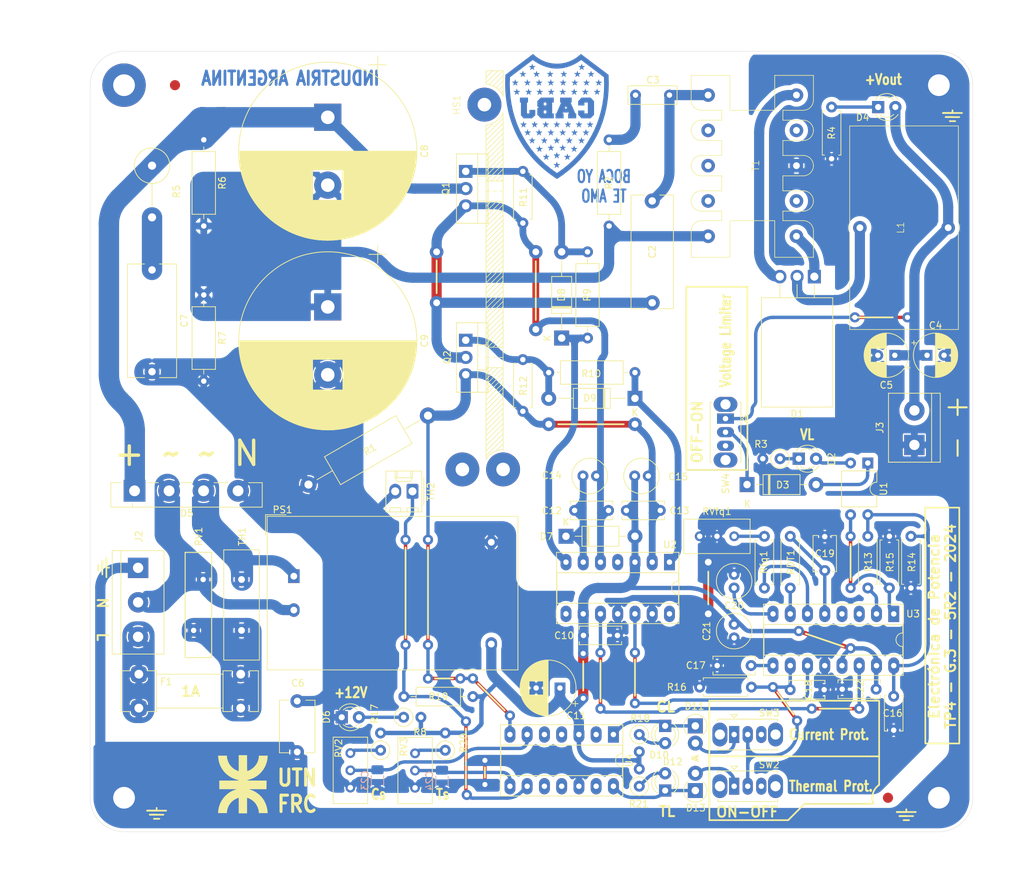
<source format=kicad_pcb>
(kicad_pcb (version 20240108) (generator "pcbnew") (generator_version "8.0")
  (title_block (title "Trabajo Práctico Nº4: Fuente Conmutada Aislada 50W") (date "2024-06-30") (rev "1.0") (company "Universidad Tecnológica Nacional - Facultad Regional Córdoba") (comment 1 "Electrónica de Potencia") (comment 2 "Grupo 3 / Curso 5R2") (comment 3 "Davalle, Lucas E. (Leg. 86189) - Sanchez Serantes, Juan I. (Leg. 86162)") (comment 4 "Philippeaux, Enrique W. (Leg. 86153) - Moreno, Maximiliano (Leg. 86837)"))
  (layers (0 "F.Cu" signal) (31 "B.Cu" signal) (34 "B.Paste" user) (35 "F.Paste" user) (36 "B.SilkS" user "B.Silkscreen") (37 "F.SilkS" user "F.Silkscreen") (38 "B.Mask" user) (39 "F.Mask" user) (44 "Edge.Cuts" user))
  (net 0 "")
  (net 1 "/Tpm")
  (net 2 "GND")
  (net 3 "/Sh")
  (net 4 "GNDPWR")
  (net 5 "Net-(C7-Pad1)")
  (net 6 "+310V")
  (net 7 "+12V")
  (net 8 "/Tpm_c")
  (net 9 "/PWM/VREF")
  (net 10 "+155V")
  (net 11 "/PWM/SHUTDOWN")
  (net 12 "/Sl")
  (net 13 "/T2")
  (net 14 "/T0")
  (net 15 "Net-(D2-A)")
  (net 16 "Net-(D2-K)")
  (net 17 "Net-(D3-A)")
  (net 18 "Net-(D3-K)")
  (net 19 "/T1")
  (net 20 "Net-(D4-K)")
  (net 21 "/RECTIFIER/Line_p_ntc")
  (net 22 "Net-(D7-K)")
  (net 23 "Net-(D8-K)")
  (net 24 "/RECTIFIER/Neutral")
  (net 25 "Net-(D10-K)")
  (net 26 "Net-(D6-A)")
  (net 27 "/CPROT/OUT")
  (net 28 "/Gh")
  (net 29 "VCC")
  (net 30 "/TPROT/OUT")
  (net 31 "/RECTIFIER/Line_p_fuse")
  (net 32 "Net-(D9-K)")
  (net 33 "/Gl")
  (net 34 "/RECTIFIER/Line")
  (net 35 "/PWM/+IN")
  (net 36 "Net-(D10-A)")
  (net 40 "Net-(RVfq1-Pad1)")
  (net 41 "/PWM/-IN")
  (net 45 "Net-(D12-K)")
  (net 46 "Net-(D12-A)")
  (net 47 "Net-(R17-Pad1)")
  (net 48 "Net-(R20-Pad1)")
  (net 50 "/PWM_P")
  (net 51 "/PWM_N")
  (net 52 "Net-(U3-COMP)")
  (net 53 "Net-(U3-CT)")
  (net 54 "Net-(U3-SS)")
  (net 55 "Net-(U4B--)")
  (net 56 "Net-(U4D--)")
  (net 57 "Net-(U4D-+)")
  (net 58 "Net-(U3-DISCH)")
  (net 59 "Net-(U3-RT)")
  (footprint "Package_DIP:DIP-14_W7.62mm_Socket_LongPads" (layer "F.Cu") (at 159.565 128.18 -90)
    (property "Reference" "U4")
    (property "Value" "LM339")
  )
  (footprint "Capacitor_THT:CP_Radial_D6.3mm_P2.50mm" (layer "F.Cu") (at 205.753621 72.299999)
    (property "Reference" "C4")
    (property "Value" "47uF")
  )
  (footprint "Resistor_THT:R_Axial_DIN0207_L6.3mm_D2.5mm_P7.62mm_Horizontal" (layer "F.Cu") (at 200.205 98.97 -90)
    (property "Reference" "R15")
    (property "Value" "1k")
  )
  (footprint "Fuse:Fuseholder_Clip-5x20mm_Schurter_OG_Lateral_P15.00x5.00mm_D1.3mm_Horizontal" (layer "F.Cu") (at 89.68 119.29)
    (property "Reference" "F1")
    (property "Value" "1A")
  )
  (footprint "MountingHole:MountingHole_3.2mm_M3_Pad" (layer "F.Cu") (at 207.5 32.5)
    (property "Reference" "H3" (hide yes))
    (property "Value" "MountingHole_Pad" (hide yes))
  )
  (footprint "Library:TO-220-3_Vertical-altaso" (layer "F.Cu") (at 137.82 45.2 -90)
    (property "Reference" "Q1")
    (property "Value" "IRF840")
  )
  (footprint "Resistor_THT:R_Axial_DIN0309_L9.0mm_D3.2mm_P12.70mm_Horizontal" (layer "F.Cu") (at 158.93 40.55 -90)
    (property "Reference" "R2")
    (property "Value" "10K")
  )
  (footprint "Resistor_THT:R_Axial_DIN0309_L9.0mm_D3.2mm_P12.70mm_Horizontal" (layer "F.Cu") (at 155.755 69.76 90)
    (property "Reference" "R9")
    (property "Value" "4.7")
  )
  (footprint "Capacitor_THT:C_Disc_D6.0mm_W2.5mm_P5.00mm" (layer "F.Cu") (at 179.845 118.02 180)
    (property "Reference" "C17")
    (property "Value" "100nF")
  )
  (footprint "Capacitor_THT:CP_Radial_D26.0mm_P10.00mm_SnapIn" (layer "F.Cu") (at 117.5 65.172117 -90)
    (property "Reference" "C9")
    (property "Value" "330uF")
  )
  (footprint "Button_Switch_THT:SW_Slide_SPDT_Straight_CK_OS102011MS2Q" (layer "F.Cu") (at 177.345 135.8)
    (property "Reference" "SW2")
    (property "Value" "SW_SPDT")
  )
  (footprint "Library:Heatsink0001" (layer "F.Cu") (at 137.82 72.62)
    (property "Reference" "HS1")
    (property "Value" "Heatsink_Pad_3Pin")
  )
  (footprint "Connector_Molex:Molex_KK-254_AE-6410-02A_1x02_P2.54mm_Vertical" (layer "F.Cu") (at 129.974 92.346 180)
    (property "Reference" "TH2")
    (property "Value" "NTC 10K")
  )
  (footprint "Resistor_THT:R_Axial_DIN0207_L6.3mm_D2.5mm_P7.62mm_Horizontal" (layer "F.Cu") (at 197.03 98.97 -90)
    (property "Reference" "R13")
    (property "Value" "10K")
  )
  (footprint "Library:Choke" (layer "F.Cu") (at 202.364 53.504 90)
    (property "Reference" "L1")
    (property "Value" "53uH")
  )
  (footprint "Resistor_THT:R_Axial_DIN0207_L6.3mm_D2.5mm_P7.62mm_Horizontal" (layer "F.Cu") (at 172.265 121.195)
    (property "Reference" "R16")
    (property "Value" "10K")
  )
  (footprint "Capacitor_THT:C_Radial_D5.0mm_H11.0mm_P2.00mm" (layer "F.Cu") (at 162.7 90.08)
    (property "Reference" "C15")
    (property "Value" "22uF")
  )
  (footprint "Capacitor_THT:CP_Radial_D26.0mm_P10.00mm_SnapIn" (layer "F.Cu") (at 117.5 37.232117 -90)
    (property "Reference" "C8")
    (property "Value" "330uF")
  )
  (footprint "Resistor_THT:R_Axial_DIN0309_L9.0mm_D3.2mm_P12.70mm_Horizontal" (layer "F.Cu") (at 99.24 63.41 -90)
    (property "Reference" "R7")
    (property "Value" "100K")
  )
  (footprint "Capacitor_THT:C_Disc_D7.5mm_W5.0mm_P7.50mm" (layer "F.Cu") (at 113 130.75 90)
    (property "Reference" "C6")
    (property "Value" "2.2nF")
  )
  (footprint "Library:TerminalBlock-Pluggable-2_P5.08mm" (layer "F.Cu") (at 203.888 85.508 90)
    (property "Reference" "J3")
    (property "Value" "Screw_Terminal_01x02")
  )
  (footprint "Library:TerminalBlock-Pluggable-3_P5.08mm" (layer "F.Cu") (at 89.57 103.62 -90)
    (property "Reference" "J2")
    (property "Value" "Screw_Terminal_01x03")
  )
  (footprint "Resistor_THT:R_Axial_DIN0207_L6.3mm_D2.5mm_P2.54mm_Vertical" (layer "F.Cu") (at 163.375 135.8 90)
    (property "Reference" "R21")
    (property "Value" "1k")
  )
  (footprint "Library:TO-220-3_Vertical-altaso" (layer "F.Cu") (at 137.82 70.08 -90)
    (property "Reference" "Q2")
    (property "Value" "IRF840")
  )
  (footprint "Button_Switch_THT:SW_Slide_SPDT_Straight_CK_OS102011MS2Q" (layer "F.Cu") (at 176.075 81.635 -90)
    (property "Reference" "SW4")
    (property "Value" "SW_SPDT")
  )
  (footprint "Capacitor_THT:C_Disc_D6.0mm_W2.5mm_P5.00mm" (layer "F.Cu") (at 198.26 121.5 180)
    (property "Reference" "C22")
    (property "Value" "100nF")
  )
  (footprint "Diode_THT:D_DO-41_SOD81_P2.54mm_Vertical_AnodeUp" (layer "F.Cu") (at 171.63 136.435 90)
    (property "Reference" "D13")
    (property "Value" "FR107")
  )
  (footprint "Diode_THT:D_DO-41_SOD81_P2.54mm_Vertical_AnodeUp" (layer "F.Cu") (at 171.63 126.91 -90)
    (property "Reference" "D11")
    (property "Value" "FR107")
  )
  (footprint "Capacitor_THT:C_Rect_L16.5mm_W6.0mm_P15.00mm_MKT" (layer "F.Cu") (at 165.28 64.56 90)
    (property "Reference" "C2")
    (property "Value" "330nF")
  )
  (footprint "Resistor_THT:R_Axial_DIN0207_L6.3mm_D2.5mm_P7.62mm_Horizontal" (layer "F.Cu") (at 146.23 80.555 90)
    (property "Reference" "R12")
    (property "Value" "1k")
  )
  (footprint "Fiducial:Fiducial_1.5mm_Mask3mm" (layer "F.Cu") (at 95 137.5)
    (property "Reference" "FID2" (hide yes))
    (property "Value" "Fiducial")
  )
  (footprint "Library:Transformer" (layer "F.Cu") (at 180.52 44.36 90)
    (property "Reference" "T1")
    (property "Value" "Trafo1" (hide yes))
  )
  (footprint "Resistor_THT:R_Axial_DIN0207_L6.3mm_D2.5mm_P2.54mm_Vertical" (layer "F.Cu") (at 125.275 130.495 90)
    (property "Reference" "R17")
    (property "Value" "68K")
  )
  (footprint "Resistor_THT:R_Axial_DIN0207_L6.3mm_D2.5mm_P10.16mm_Horizontal" (layer "F.Cu") (at 128.704 122.592)
    (property "Reference" "R19")
    (property "Value" "10K")
  )
  (footprint "Capacitor_THT:C_Radial_D5.0mm_H11.0mm_P2.00mm" (layer "F.Cu") (at 177.345 111.94 -90)
    (property "Reference" "C21")
    (property "Value" "22uF")
  )
  (footprint "Resistor_THT:R_Axial_DIN0309_L9.0mm_D3.2mm_P12.70mm_Horizontal" (layer "F.Cu") (at 99.24 40.55 -90)
    (property "Reference" "R6")
    (property "Value" "100K")
  )
  (footprint "Capacitor_THT:C_Rect_L16.5mm_W7.0mm_P15.00mm_MKT" (layer "F.Cu") (at 91.62 59.72 -90)
    (property "Reference" "C7")
    (property "Value" "1uF")
  )
  (footprint "Diode_THT:D_DO-41_SOD81_P10.16mm_Horizontal" (layer "F.Cu") (at 152.58 98.97)
    (property "Reference" "D7")
    (property "Value" "FR107")
  )
  (footprint "Package_DIP:DIP-16_W7.62mm_Socket_LongPads" (layer "F.Cu") (at 200.85 110.41 -90)
    (property "Reference" "U3")
    (property "Value" "SG3525")
  )
  (footprint "Package_DIP:DIP-4_W7.62mm" (layer "F.Cu") (at 197.03 88.175 -90)
    (property "Reference" "U1")
    (property "Value" "LTV-817")
  )
  (footprint "LED_THT:LED_D3.0mm" (layer "F.Cu") (at 167.185 126.91 -90)
    (property "Reference" "D10")
    (property "Value" "RED,3mm")
  )
  (footprint "Resistor_THT:R_Axial_DIN0207_L6.3mm_D2.5mm_P2.54mm_Vertical" (layer "F.Cu") (at 134.8 130.495 90)
    (property "Reference" "R20")
    (property "Value" "10K")
  )
  (footprint "LED_THT:LED_D3.0mm" (layer "F.Cu") (at 186.865 87.54)
    (property "Reference" "D2")
    (property "Value" "RED,3mm")
  )
  (footprint "Resistor_THT:R_Axial_DIN0414_L11.9mm_D4.5mm_P20.32mm_Horizontal" (layer "F.Cu") (at 132.26 81.19 -150)
    (property "Reference" "R1")
    (property "Value" "0R27")
  )
  (footprint "Capacitor_THT:C_Radial_D5.0mm_H11.0mm_P2.00mm" (layer "F.Cu") (at 155.08 90.08)
    (property "Reference" "C14")
    (property "Value" "22uF")
  )
  (footprint "Capacitor_THT:C_Rect_L7.0mm_W2.5mm_P5.00mm" (layer "F.Cu") (at 162.82 33.96)
    (property "Reference" "C3")
    (property "Value" "2.2nF")
  )
  (footprint "Fiducial:Fiducial_1.5mm_Mask3mm" (layer "F.Cu") (at 95 32.5)
    (property "Reference" "FID1" (hide yes))
    (property "Value" "Fiducial")
  )
  (footprint "Capacitor_THT:C_Disc_D6.0mm_W2.5mm_P5.00mm" (layer "F.Cu") (at 161.47 95.16)
    (property "Reference" "C13")
    (property "Value" "100nF")
  )
  (footprint "LED_THT:LED_D3.0mm" (layer "F.Cu") (at 119.555 125.64)
    (property "Reference" "D6")
    (property "Value" "RED,3mm")
  )
  (footprint "Diode_THT:D_DO-41_SOD81_P12.70mm_Horizontal" (layer "F.Cu") (at 162.74 78.65 180)
    (property "Reference" "D9")
    (property "Value" "FR107")
  )
  (footprint "MountingHole:MountingHole_3.2mm_M3_Pad" (layer "F.Cu") (at 87.5 32.5)
    (property "Reference" "H6" (hide yes))
    (property "Value" "MountingHole_Pad" (hide yes))
  )
  (footprint "Capacitor_THT:C_Disc_D16.0mm_W5.0mm_P7.50mm" (layer "F.Cu") (at 104.8 112.84 90)
    (property "Reference" "TH1")
    (property "Value" "5D-15")
  )
  (footprint "Resistor_THT:R_Axial_DIN0207_L6.3mm_D2.5mm_P2.54mm_Vertical" (layer "F.Cu") (at 128.675 125.64)
    (property "Reference" "R8")
    (property "Value" "1k")
  )
  (footprint "Converter_ACDC:Converter_ACDC_Hi-Link_HLK-PMxx" (layer "F.Cu") (at 112.5025 104.847349)
    (property "Reference" "PS1")
    (property "Value" "HLK-PM12")
  )
  (footprint "Button_Switch_THT:SW_Slide_SPDT_Straight_CK_OS102011MS2Q" (layer "F.Cu") (at 177.345 128.18)
    (property "Reference" "SW3")
    (property "Value" "~")
  )
  (footprint "MountingHole:MountingHole_3.2mm_M3_Pad" (layer "F.Cu") (at 87.5 137.5)
    (property "Reference" "H4" (hide yes))
    (property "Value" "MountingHole_Pad" (hide yes))
  )
  (footprint "Capacitor_THT:C_Disc_D5.0mm_W2.5mm_P5.00mm" (layer "F.Cu") (at 200.84 122.545 -90)
    (property "Reference" "C16")
    (property "Value" "10nF")
  )
  (footprint "Capacitor_THT:C_Disc_D5.0mm_W2.5mm_P5.00mm" (layer "F.Cu") (at 185.6 121.576)
    (property "Reference" "C18")
    (property "Value" "10nF")
  )
  (footprint "Diode_THT:D_DO-41_SOD81_P12.70mm_Horizontal" (layer "F.Cu") (at 151.945 69.76 90)
    (property "Reference" "D8")
    (property "Value" "FR107")
  )
  (footprint "Resistor_THT:R_Axial_DIN0207_L6.3mm_D2.5mm_P7.62mm_Horizontal" (layer "F.Cu") (at 185.61 106.6 90)
    (property "Reference" "RDT1")
    (property "Value" "100")
  )
  (footprint "Resistor_THT:R_Axial_DIN0207_L6.3mm_D2.5mm_P7.62mm_Horizontal" (layer "F.Cu") (at 146.23 52.82 90)
    (property "Reference" "R11")
    (property "Value" "1k")
  )
  (footprint "Resistor_THT:R_Axial_DIN0207_L6.3mm_D2.5mm_P2.54mm_Vertical" (layer "F.Cu") (at 184.105 87.54 180)
    (property "Reference" "R3")
    (property "Value" "1k")
  )
  (footprint "Capacitor_THT:C_Disc_D5.1mm_W3.2mm_P5.00mm" (layer "F.Cu") (at 190.69 104.02 90)
    (property "Reference" "C19")
    (property "Value" "1nF")
  )
  (footprint "Varistor:RV_Disc_D15.5mm_W3.9mm_P7.5mm" (layer "F.Cu") (at 99.15 105.34 -90)
    (property "Reference" "RV1")
    (property "Value" "14D471K")
  )
  (footprint "Potentiometer_THT:Potentiometer_Bourns_3296W_Vertical" (layer "F.Cu") (at 177.355 98.97)
    (property "Reference" "RVfq1")
    (property "Value" "5K")
  )
  (footprint "LED_THT:LED_D3.0mm" (layer "F.Cu") (at 198.549 35.724)
    (property "Reference" "D4")
    (property "Value" "RED,3mm")
  )
  (footprint "Resistor_THT:R_Axial_DIN0207_L6.3mm_D2.5mm_P7.62mm_Horizontal" (layer "F.Cu") (at 191.696 43.344 90)
    (property "Reference" "R4")
    (property "Value" "1k")
  )
  (footprint "Resistor_THT:R_Axial_DIN0309_L9.0mm_D3.2mm_P12.70mm_Horizontal" (layer "F.Cu") (at 162.74 74.84 180)
    (property "Reference" "R10")
    (property "Value" "4.7")
  )
  (footprint "Capacitor_THT:C_Disc_D6.0mm_W2.5mm_P5.00mm" (layer "F.Cu") (at 153.85 95.16)
    (property "Reference" "C12")
    (property "Value" "100nF")
  )
  (footprint "Resistor_THT:R_Axial_DIN0207_L6.3mm_D2.5mm_P2.54mm_Vertical" (layer "F.Cu") (at 163.375 128.18 -90)
    (property "Reference" "R18")
    (property "Value" "1k")
  )
  (footprint "Resistor_THT:R_Axial_DIN0207_L6.3mm_D2.5mm_P7.62mm_Horizontal" (layer "F.Cu") (at 181.8 106.6 90)
    (property "Reference" "Rfq1")
    (property "Value" "15k")
  )
  (footprint "Package_DIP:DIP-14_W7.62mm_Socket_LongPads" (layer "F.Cu") (at 167.82 102.78 -90)
    (property "Reference" "U2")
    (property "Value" "IR2110")
  )
  (footprint "Package_TO_SOT_THT:TO-220F-3_Horizontal_TabDown" (layer "F.Cu") (at 189.156 60.71 180)
    (property "Reference" "D1")
    (property "Value" "MBR30H100CTG")
  )
  (footprint "Resistor_THT:R_Axial_DIN0207_L6.3mm_D2.5mm_P7.62mm_Horizontal" (layer "F.Cu") (at 203.38 106.59 90)
    (property "Reference" "R14")
    (property "Value" "10K")
  )
  (footprint "Diode_THT:D_DO-41_SOD81_P10.16mm_Horizontal" (layer "F.Cu") (at 179.25 91.35)
    (property "Reference" "D3")
    (property "Value" "21V 1W")
  )
  (footprint "Capacitor_THT:C_Disc_D6.0mm_W2.5mm_P5.00mm" (layer "F.Cu") (at 155.16 113.575)
    (property "Reference" "C10")
    (property "Value" "100nF")
  )
  (footprint "Resistor_THT:R_Axial_DIN0516_L15.5mm_D5.0mm_P7.62mm_Vertical" (layer "F.Cu") (at 91.62 44.36 -90)
    (property "Reference" "R5")
    (property "Value" "50")
  )
  (footprint "LED_THT:LED_D3.0mm" (layer "F.Cu") (at 167.185 136.435 90)
    (property "Reference" "D12")
    (property "Value" "RED,3mm")
  )
  (footprint "Capacitor_THT:CP_Radial_D8.0mm_P3.50mm" (layer "F.Cu") (at 151.692651 121.322 180)
    (property "Reference" "C11")
    (property "Value" "330uF")
  )
  (footprint "Potentiometer_THT:Potentiometer_Bourns_3296W_Vertical" (layer "F.Cu") (at 130.355 130.95 90)
    (property "Reference" "RV3")
    (property "Value" "5K")
  )
  (footprint "Capacitor_THT:C_Radial_D5.0mm_H11.0mm_P2.00mm" (layer "F.Cu") (at 177.345 106.59 90)
    (property "Reference" "C20")
    (property "Value" "22uF")
  )
  (footprint "Potentiometer_THT:Potentiometer_Bourns_3296W_Vertical" (layer "F.Cu") (at 120.83 130.92 90)
    (property "Reference" "RV2")
    (property "Value" "5K")
  )
  (footprint "Capacitor_THT:CP_Radial_D6.3mm_P2.50mm" (layer "F.Cu") (at 201.00638 72.3 180)
    (property "Reference" "C5")
    (property "Value" "47uF")
  )
  (footprint "MountingHole:MountingHole_3.2mm_M3_Pad" (layer "F.Cu") (at 207.5 137.5)
    (property "Reference" "H5" (hide yes))
    (property "Value" "MountingHole_Pad" (hide yes))
  )
  (footprint "Fiducial:Fiducial_1.5mm_Mask3mm" (layer "F.Cu") (at 200 137.5)
    (property "Reference" "FID3" (hide yes))
    (property "Value" "Fiducial")
  )
  (footprint "Diode_THT:Diode_Bridge_Vishay_GBU" (layer "F.Cu") (at 89.05 92.27)
    (property "Reference" "D5")
    (property "Value" "GBU606")
  )
  (footprint "Capacitor_SMD:C_1206_3216Metric_Pad1.33x1.80mm_HandSolder" (layer "B.Cu") (at 134.325 135 -90)
    (property "Reference" "C24")
    (property "Value" "100nF 1206")
  )
  (footprint "Capacitor_SMD:C_1206_3216Metric_Pad1.33x1.80mm_HandSolder" (layer "B.Cu") (at 124.825 134.9375 -90)
    (property "Reference" "C23")
    (property "Value" "100nF 1206")
  )
  (gr_poly (pts (xy 151.109262 38.154674) (xy 150.718736 38.154674) (xy 151.036766 38.38465) (xy 150.9131 38.753479) (xy 151.231234 38.529324) (xy 151.542913 38.753479) (xy 151.422581 38.386925) (xy 151.742515 38.154674) (xy 151.347704 38.153722) (xy 151.228007 37.784575)) (stroke (width -0.000001)) (fill solid) (layer "B.Cu"))
  (gr_poly (pts (xy 154.745324 40.51317) (xy 154.354905 40.51317) (xy 154.672882 40.743252) (xy 154.549268 41.112028) (xy 154.867403 40.88782) (xy 155.179029 41.112028) (xy 155.058697 40.745422) (xy 155.378578 40.51317) (xy 154.98382 40.51227) (xy 154.864122 40.143071)) (stroke (width -0.000001)) (fill solid) (layer "B.Cu"))
  (gr_poly (pts (xy 151.109262 42.713074) (xy 150.718736 42.713074) (xy 151.036766 42.942998) (xy 150.9131 43.311774) (xy 151.231234 43.087723) (xy 151.542913 43.311774) (xy 151.422581 42.945167) (xy 151.742515 42.713074) (xy 151.347704 42.712122) (xy 151.228007 42.34287)) (stroke (width -0.000001)) (fill solid) (layer "B.Cu"))
  (gr_poly (pts (xy 146.815497 39.333922) (xy 146.425078 39.333922) (xy 146.743055 39.564004) (xy 146.619336 39.93278) (xy 146.937365 39.708572) (xy 147.249097 39.93278) (xy 147.128764 39.566173) (xy 147.448751 39.333922) (xy 147.05394 39.333023) (xy 146.93419 38.963823)) (stroke (width -0.000001)) (fill solid) (layer "B.Cu"))
  (gr_poly (pts (xy 151.709654 35.064181) (xy 151.866817 35.064181) (xy 151.174825 36.660837) (xy 151.045286 36.660837) (xy 151.045286 37.390822) (xy 152.231836 37.390822) (xy 152.232841 36.660837) (xy 152.085997 36.660837) (xy 152.139814 36.530397) (xy 152.992195 36.530397) (xy 153.046064 36.660837) (xy 152.899168 36.660837) (xy 152.897633 37.390822) (xy 154.086565 37.390822) (xy 154.086565 36.660837) (xy 153.957342 36.660837) (xy 153.645803 35.942175) (xy 152.754494 35.942175) (xy 152.382754 35.942281) (xy 152.565317 35.580331) (xy 152.754494 35.942175) (xy 153.645803 35.942175) (xy 153.265192 35.064181) (xy 153.422513 35.064181) (xy 153.421455 34.330016) (xy 151.710501 34.330016)) (stroke (width -0.000001)) (fill solid) (layer "B.Cu"))
  (gr_poly (pts (xy 145.792565 35.064182) (xy 145.947294 35.064182) (xy 145.946554 36.940977) (xy 146.3393 37.390769) (xy 147.57247 37.390769) (xy 148.06158 36.937485) (xy 148.060627 36.141672) (xy 147.192582 36.141143) (xy 147.191682 36.660837) (xy 146.838834 36.659356) (xy 146.837458 35.064182) (xy 146.991816 35.064182) (xy 146.991816 34.330017) (xy 145.79484 34.330017)) (stroke (width -0.000001)) (fill solid) (layer "B.Cu"))
  (gr_poly (pts (xy 152.138914 30.716232) (xy 151.748442 30.716232) (xy 152.066418 30.946155) (xy 151.942858 31.314984) (xy 152.260887 31.090829) (xy 152.572566 31.314984) (xy 152.452234 30.948377) (xy 152.772115 30.716232) (xy 152.377357 30.715226) (xy 152.257659 30.34608)) (stroke (width -0.000001)) (fill solid) (layer "B.Cu"))
  (gr_poly (pts (xy 151.978682 41.58722) (xy 151.588158 41.58722) (xy 151.906187 41.817196) (xy 151.78252 42.185972) (xy 152.100655 41.961764) (xy 152.412282 42.185972) (xy 152.291949 41.819366) (xy 152.61183 41.58722) (xy 152.217125 41.586214) (xy 152.097321 41.217014)) (stroke (width -0.000001)) (fill solid) (layer "B.Cu"))
  (gr_poly (pts (xy 155.306346 33.346931) (xy 154.915822 33.346931) (xy 155.233904 33.576854) (xy 155.110185 33.945683) (xy 155.428319 33.721581) (xy 155.739946 33.945683) (xy 155.619719 33.579076) (xy 155.939548 33.346931) (xy 155.544789 33.345872) (xy 155.425039 32.976673)) (stroke (width -0.000001)) (fill solid) (layer "B.Cu"))
  (gr_poly (pts (xy 153.664395 41.745969) (xy 153.273923 41.745969) (xy 153.591953 41.975947) (xy 153.468287 42.344723) (xy 153.786421 42.120515) (xy 154.098048 42.344723) (xy 153.977768 41.978115) (xy 154.297649 41.745969) (xy 153.902944 41.744964) (xy 153.78314 41.375765)) (stroke (width -0.000001)) (fill solid) (layer "B.Cu"))
  (gr_poly (pts (xy 148.124815 30.716232) (xy 147.734343 30.716232) (xy 148.052372 30.946155) (xy 147.928653 31.314984) (xy 148.246735 31.090829) (xy 148.558308 31.314984) (xy 148.438029 30.948377) (xy 148.757962 30.716232) (xy 148.363257 30.715226) (xy 148.24356 30.34608)) (stroke (width -0.000001)) (fill solid) (layer "B.Cu"))
  (gr_poly (pts (xy 150.239894 39.333922) (xy 149.849368 39.333922) (xy 150.167398 39.564004) (xy 150.043785 39.93278) (xy 150.361919 39.708572) (xy 150.673546 39.93278) (xy 150.553213 39.566173) (xy 150.873147 39.333922) (xy 150.47839 39.333023) (xy 150.358639 38.963823)) (stroke (width -0.000001)) (fill solid) (layer "B.Cu"))
  (gr_poly (pts (xy 147.473146 40.51317) (xy 147.082674 40.51317) (xy 147.400703 40.743252) (xy 147.27709 41.112028) (xy 147.595225 40.88782) (xy 147.90685 41.112028) (xy 147.786518 40.745422) (xy 148.1064 40.51317) (xy 147.711694 40.51227) (xy 147.591891 40.143071)) (stroke (width -0.000001)) (fill solid) (layer "B.Cu"))
  (gr_poly (pts (xy 154.77718 29.680547) (xy 154.386708 29.680547) (xy 154.704684 29.910523) (xy 154.581018 30.279299) (xy 154.899153 30.055197) (xy 155.210726 30.279299) (xy 155.0905 29.912745) (xy 155.410381 29.680547) (xy 155.015623 29.679595) (xy 154.895819 29.310342)) (stroke (width -0.000001)) (fill solid) (layer "B.Cu"))
  (gr_poly (pts (xy 154.37115 34.865111) (xy 154.371309 35.49757) (xy 155.293488 35.49757) (xy 155.293488 35.064182) (xy 155.794926 35.064182) (xy 155.794926 36.660837) (xy 155.293488 36.660837) (xy 155.294546 36.233747) (xy 154.371309 36.233852) (xy 154.37115 36.854988) (xy 154.875182 37.390769) (xy 156.213973 37.390769) (xy 156.717105 36.855517) (xy 156.717105 34.864369) (xy 156.214344 34.330017) (xy 154.8746 34.330017)) (stroke (width -0.000001)) (fill solid) (layer "B.Cu"))
  (gr_poly (pts (xy 145.221912 33.346931) (xy 144.831441 33.346931) (xy 145.14947 33.576854) (xy 145.025855 33.945683) (xy 145.343885 33.721581) (xy 145.655511 33.945683) (xy 145.535178 33.579076) (xy 145.855166 33.346931) (xy 145.460461 33.345872) (xy 145.340658 32.976673)) (stroke (width -0.000001)) (fill solid) (layer "B.Cu"))
  (gr_poly (pts (xy 148.502746 31.986179) (xy 148.112273 31.986179) (xy 148.43025 32.216102) (xy 148.306689 32.584931) (xy 148.624666 32.360829) (xy 148.936292 32.584931) (xy 148.815959 32.218325) (xy 149.135947 31.986179) (xy 148.741241 31.985227) (xy 148.621437 31.616027)) (stroke (width -0.000001)) (fill solid) (layer "B.Cu"))
  (gr_poly (pts (xy 148.501263 39.333922) (xy 148.110738 39.333922) (xy 148.428821 39.564004) (xy 148.305155 39.93278) (xy 148.623237 39.708572) (xy 148.934811 39.93278) (xy 148.81453 39.566173) (xy 149.134465 39.333922) (xy 148.739706 39.333023) (xy 148.619903 38.963823)) (stroke (width -0.000001)) (fill solid) (layer "B.Cu"))
  (gr_poly (pts (xy 151.987731 33.346931) (xy 151.597206 33.346931) (xy 151.915236 33.576854) (xy 151.791622 33.945683) (xy 152.109757 33.721581) (xy 152.42133 33.945683) (xy 152.30105 33.579076) (xy 152.620932 33.346931) (xy 152.226227 33.345872) (xy 152.106423 32.976673)) (stroke (width -0.000001)) (fill solid) (layer "B.Cu"))
  (gr_poly (pts (xy 152.742111 38.154674) (xy 152.351639 38.154674) (xy 152.669668 38.38465) (xy 152.546002 38.753479) (xy 152.864137 38.529324) (xy 153.17571 38.753479) (xy 153.055431 38.386925) (xy 153.375312 38.154674) (xy 152.980606 38.153722) (xy 152.860803 37.784575)) (stroke (width -0.000001)) (fill solid) (layer "B.Cu"))
  (gr_poly (pts (xy 148.593445 33.346931) (xy 148.203025 33.346931) (xy 148.521001 33.576854) (xy 148.397335 33.945683) (xy 148.715365 33.721581) (xy 149.02699 33.945683) (xy 148.906711 33.579076) (xy 149.226698 33.346931) (xy 148.83194 33.345872) (xy 148.71219 32.976673)) (stroke (width -0.000001)) (fill solid) (layer "B.Cu"))
  (gr_poly (pts (xy 152.666493 42.924741) (xy 152.276021 42.924741) (xy 152.59405 43.154664) (xy 152.470384 43.52344) (xy 152.788519 43.29939) (xy 153.100198 43.52344) (xy 152.979866 43.156834) (xy 153.299747 42.924741) (xy 152.904988 42.923789) (xy 152.785238 42.554537)) (stroke (width -0.000001)) (fill solid) (layer "B.Cu"))
  (gr_poly (pts (xy 153.764196 31.986179) (xy 153.373724 31.986179) (xy 153.691754 32.216102) (xy 153.568034 32.584931) (xy 153.886169 32.360829) (xy 154.197848 32.584931) (xy 154.077569 32.218325) (xy 154.397398 31.986179) (xy 154.002639 31.985227) (xy 153.882942 31.616027)) (stroke (width -0.000001)) (fill solid) (layer "B.Cu"))
  (gr_poly (pts (xy 153.673497 33.346931) (xy 153.283025 33.346931) (xy 153.601001 33.576854) (xy 153.477335 33.945683) (xy 153.79547 33.721581) (xy 154.107149 33.945683) (xy 153.986817 33.579076) (xy 154.306698 33.346931) (xy 153.911887 33.345872) (xy 153.792242 32.976673)) (stroke (width -0.000001)) (fill solid) (layer "B.Cu"))
  (gr_poly (pts (xy 154.14218 30.716232) (xy 153.751708 30.716232) (xy 154.069737 30.946155) (xy 153.946018 31.314984) (xy 154.264153 31.090829) (xy 154.575832 31.314984) (xy 154.4555 30.948377) (xy 154.775434 30.716232) (xy 154.380623 30.715226) (xy 154.26082 30.34608)) (stroke (width -0.000001)) (fill solid) (layer "B.Cu"))
  (gr_poly (pts (xy 156.153013 30.716232) (xy 155.762541 30.716232) (xy 156.08057 30.946155) (xy 155.956851 31.314984) (xy 156.274986 31.090829) (xy 156.586613 31.314984) (xy 156.46628 30.948377) (xy 156.786214 30.716232) (xy 156.391456 30.715226) (xy 156.271652 30.34608)) (stroke (width -0.000001)) (fill solid) (layer "B.Cu"))
  (gr_poly (pts (xy 157.279345 31.986179) (xy 156.888872 31.986179) (xy 157.206902 32.216102) (xy 157.083182 32.584931) (xy 157.401317 32.360829) (xy 157.712944 32.584931) (xy 157.592717 32.218325) (xy 157.912598 31.986179) (xy 157.51784 31.985227) (xy 157.398037 31.616027)) (stroke (width -0.000001)) (fill solid) (layer "B.Cu"))
  (gr_poly (pts (xy 152.040648 31.986179) (xy 151.650123 31.986179) (xy 151.968153 32.216102) (xy 151.844539 32.584931) (xy 152.162674 32.360829) (xy 152.474247 32.584931) (xy 152.353967 32.218325) (xy 152.673849 31.986179) (xy 152.279143 31.985227) (xy 152.15934 31.616027)) (stroke (width -0.000001)) (fill solid) (layer "B.Cu"))
  (gr_poly (pts (xy 151.109262 44.119599) (xy 150.718736 44.119599) (xy 151.036766 44.349522) (xy 150.9131 44.718404) (xy 151.231234 44.49425) (xy 151.542913 44.718404) (xy 151.422581 44.351798) (xy 151.742515 44.119599) (xy 151.347704 44.118647) (xy 151.228007 43.7495)) (stroke (width -0.000001)) (fill solid) (layer "B.Cu"))
  (gr_poly (pts (xy 157.044977 33.346931) (xy 156.654505 33.346931) (xy 156.972534 33.576854) (xy 156.848868 33.945683) (xy 157.167002 33.721581) (xy 157.478629 33.945683) (xy 157.358296 33.579076) (xy 157.678178 33.346931) (xy 157.283472 33.345872) (xy 157.163722 32.976673)) (stroke (width -0.000001)) (fill solid) (layer "B.Cu"))
  (gr_poly (pts (xy 149.264639 40.51317) (xy 148.874168 40.51317) (xy 149.192197 40.743252) (xy 149.06853 41.112028) (xy 149.386719 40.88782) (xy 149.698398 41.112028) (xy 149.578118 40.745422) (xy 149.897946 40.51317) (xy 149.503135 40.51227) (xy 149.383385 40.143071)) (stroke (width -0.000001)) (fill solid) (layer "B.Cu"))
  (gr_poly (pts (xy 146.210819 38.154674) (xy 145.820241 38.154674) (xy 146.13827 38.38465) (xy 146.014657 38.753479) (xy 146.332633 38.529324) (xy 146.644259 38.753479) (xy 146.524086 38.386925) (xy 146.843967 38.154674) (xy 146.449261 38.153722) (xy 146.329459 37.784575)) (stroke (width -0.000001)) (fill solid) (layer "B.Cu"))
  (gr_poly (pts (xy 150.239946 41.58722) (xy 149.849368 41.58722) (xy 150.167398 41.817196) (xy 150.043785 42.185972) (xy 150.361919 41.961764) (xy 150.673652 42.185972) (xy 150.553319 41.819366) (xy 150.8732 41.58722) (xy 150.478442 41.586214) (xy 150.358639 41.217014)) (stroke (width -0.000001)) (fill solid) (layer "B.Cu"))
  (gr_poly (pts (xy 150.128028 30.716232) (xy 149.737556 30.716232) (xy 150.055585 30.946155) (xy 149.931866 31.314984) (xy 150.250106 31.090829) (xy 150.56168 31.314984) (xy 150.4414 30.948377) (xy 150.761281 30.716232) (xy 150.366576 30.715226) (xy 150.246773 30.34608)) (stroke (width -0.000001)) (fill solid) (layer "B.Cu"))
  (gr_poly (pts (xy 149.476412 38.154674) (xy 149.08594 38.154674) (xy 149.403916 38.38465) (xy 149.280303 38.753479) (xy 149.598385 38.529324) (xy 149.910064 38.753479) (xy 149.789785 38.386925) (xy 150.109613 38.154674) (xy 149.714855 38.153722) (xy 149.595104 37.784575)) (stroke (width -0.000001)) (fill solid) (layer "B.Cu"))
  (gr_poly (pts (xy 144.987597 31.986179) (xy 144.597179 31.986179) (xy 144.915154 32.216102) (xy 144.791436 32.584931) (xy 145.109466 32.360829) (xy 145.421197 32.584931) (xy 145.300863 32.218325) (xy 145.62085 31.986179) (xy 145.226145 31.985227) (xy 145.106396 31.616027)) (stroke (width -0.000001)) (fill solid) (layer "B.Cu"))
  (gr_poly (pts (xy 146.960648 33.346931) (xy 146.570176 33.346931) (xy 146.888205 33.576854) (xy 146.764592 33.945683) (xy 147.082568 33.721581) (xy 147.394194 33.945683) (xy 147.273914 33.579076) (xy 147.593849 33.346931) (xy 147.199144 33.345872) (xy 147.079393 32.976673)) (stroke (width -0.000001)) (fill solid) (layer "B.Cu"))
  (gr_poly (pts (xy 151.109262 40.51317) (xy 150.718736 40.51317) (xy 151.036766 40.743252) (xy 150.9131 41.112028) (xy 151.231234 40.88782) (xy 151.542913 41.112028) (xy 151.422581 40.745422) (xy 151.742515 40.51317) (xy 151.347704 40.51227) (xy 151.228007 40.143071)) (stroke (width -0.000001)) (fill solid) (layer "B.Cu"))
  (gr_poly (pts (xy 148.554075 41.745969) (xy 148.163655 41.745969) (xy 148.481631 41.975947) (xy 148.357966 42.344723) (xy 148.676153 42.120515) (xy 148.987727 42.344723) (xy 148.867447 41.978115) (xy 149.187276 41.745969) (xy 148.792517 41.744964) (xy 148.672767 41.375765)) (stroke (width -0.000001)) (fill solid) (layer "B.Cu"))
  (gr_poly (pts (xy 147.843562 38.154674) (xy 147.453091 38.154674) (xy 147.77112 38.38465) (xy 147.647506 38.753479) (xy 147.965536 38.529324) (xy 148.277161 38.753479) (xy 148.156829 38.386925) (xy 148.476763 38.154674) (xy 148.08211 38.153722) (xy 147.962308 37.784575)) (stroke (width -0.000001)) (fill solid) (layer "B.Cu"))
  (gr_poly (pts (xy 147.489815 29.680547) (xy 147.099343 29.680547) (xy 147.417371 29.910523) (xy 147.293758 30.279299) (xy 147.611735 30.055197) (xy 147.92336 30.279299) (xy 147.803081 29.912745) (xy 148.123015 29.680547) (xy 147.72831 29.679595) (xy 147.60856 29.310342)) (stroke (width -0.000001)) (fill solid) (layer "B.Cu"))
  (gr_poly (pts (xy 154.590008 28.065626) (xy 154.396117 28.228697) (xy 154.196822 28.380371) (xy 153.992433 28.520688) (xy 153.783257 28.649686) (xy 153.569604 28.767407) (xy 153.351782 28.87389) (xy 153.1301 28.969175) (xy 152.904866 29.053301) (xy 152.676388 29.126308) (xy 152.444974 29.188237) (xy 152.210935 29.239128) (xy 151.974577 29.279019) (xy 151.73621 29.307951) (xy 151.496143 29.325963) (xy 151.254682 29.333096) (xy 151.013268 29.326132) (xy 150.773238 29.308271) (xy 150.534904 29.279473) (xy 150.298572 29.239701) (xy 150.064552 29.188915) (xy 149.833154 29.127078) (xy 149.604685 29.05415) (xy 149.379455 28.970092) (xy 149.157773 28.874868) (xy 148.939947 28.768436) (xy 148.726287 28.65076) (xy 148.517102 28.521801) (xy 148.312699 28.38152) (xy 148.113389 28.229878) (xy 147.91948 28.066836) (xy 147.73128 27.892357) (xy 143.652872 30.972479) (xy 143.625912 31.596979) (xy 143.617192 32.212867) (xy 143.626596 32.820071) (xy 143.654006 33.418523) (xy 143.699305 34.008152) (xy 143.762374 34.588888) (xy 143.843097 35.160661) (xy 143.941355 35.723402) (xy 144.057032 36.277039) (xy 144.19001 36.821504) (xy 144.34017 37.356726) (xy 144.507397 37.882635) (xy 144.691571 38.399161) (xy 144.892576 38.906235) (xy 145.110294 39.403786) (xy 145.344608 39.891744) (xy 145.595399 40.370039) (xy 145.862551 40.838601) (xy 146.145945 41.297361) (xy 146.445465 41.746247) (xy 146.760992 42.185191) (xy 147.09241 42.614122) (xy 147.4396 43.03297) (xy 147.802445 43.441666) (xy 148.180827 43.840138) (xy 148.57463 44.228318) (xy 148.983735 44.606135) (xy 149.408025 44.973519) (xy 149.847382 45.330401) (xy 150.301689 45.676709) (xy 151.254682 46.337328) (xy 152.207723 45.676541) (xy 153.101433 44.973203) (xy 153.93487 44.227873) (xy 154.707095 43.44111) (xy 155.417166 42.613471) (xy 156.064142 41.745515) (xy 156.647084 40.837802) (xy 157.165051 39.890889) (xy 157.617102 38.905336) (xy 158.002296 37.881701) (xy 158.319694 36.820542) (xy 158.568353 35.722418) (xy 158.747334 34.587888) (xy 158.855697 33.41751) (xy 158.888876 32.33054) (xy 158.200953 32.33054) (xy 158.173354 33.328459) (xy 158.086197 34.322835) (xy 157.938871 35.310389) (xy 157.730763 36.287844) (xy 157.461261 37.251923) (xy 157.129752 38.199348) (xy 156.735623 39.126843) (xy 156.278262 40.031128) (xy 155.757056 40.908928) (xy 155.47232 41.336872) (xy 155.171394 41.756965) (xy 154.8542 42.168798) (xy 154.520661 42.571961) (xy 154.170703 42.966044) (xy 153.804247 43.350638) (xy 153.421218 43.725334) (xy 153.021538 44.089721) (xy 152.605132 44.443389) (xy 152.171922 44.78593) (xy 151.721832 45.116933) (xy 151.254786 45.435989) (xy 150.337677 44.785674) (xy 149.488084 44.089232) (xy 148.705393 43.349941) (xy 147.988993 42.571076) (xy 147.338272 41.755913) (xy 146.752618 40.90773) (xy 146.231418 40.029803) (xy 145.77406 39.125408) (xy 145.379932 38.197822) (xy 145.048423 37.250322) (xy 144.778919 36.286183) (xy 144.570809 35.308683) (xy 144.423481 34.321098) (xy 144.336323 33.326704) (xy 144.308722 32.328778) (xy 144.340066 31.330597) (xy 147.692729 28.792457) (xy 147.903679 28.942681) (xy 148.116838 29.083855) (xy 148.332067 29.215896) (xy 148.549226 29.338722) (xy 148.768176 29.45225) (xy 148.988776 29.556398) (xy 149.210887 29.651083) (xy 149.434368 29.736223) (xy 149.65908 29.811735) (xy 149.884884 29.877536) (xy 150.111638 29.933544) (xy 150.339204 29.979677) (xy 150.567442 30.015851) (xy 150.796211 30.041985) (xy 151.025373 30.057996) (xy 151.254786 30.063801) (xy 151.484242 30.058285) (xy 151.713432 30.042529) (xy 151.942219 30.016618) (xy 152.170464 29.980636) (xy 152.398029 29.934668) (xy 152.624776 29.878799) (xy 152.850567 29.813113) (xy 153.075263 29.737697) (xy 153.298727 29.652633) (xy 153.520819 29.558009) (xy 153.741402 29.453907) (xy 153.960338 29.340413) (xy 154.177488 29.217612) (xy 154.392714 29.085589) (xy 154.605878 28.944428) (xy 154.816842 28.794214) (xy 158.169609 31.332354) (xy 158.200953 32.33054) (xy 158.888876 32.33054) (xy 158.892499 32.211843) (xy 158.856802 30.971446) (xy 154.778188 27.891117)) (stroke (width -0.000001)) (fill solid) (layer "B.Cu"))
  (gr_poly (pts (xy 146.113982 30.716232) (xy 145.72351 30.716232) (xy 146.041538 30.946155) (xy 145.91782 31.314984) (xy 146.235902 31.090829) (xy 146.547527 31.314984) (xy 146.427248 30.948377) (xy 146.747182 30.716232) (xy 146.352477 30.715226) (xy 146.232726 30.34608)) (stroke (width -0.000001)) (fill solid) (layer "B.Cu"))
  (gr_poly (pts (xy 152.953778 40.51317) (xy 152.563306 40.51317) (xy 152.881335 40.743252) (xy 152.757669 41.112028) (xy 153.075804 40.88782) (xy 153.387377 41.112028) (xy 153.267097 40.745422) (xy 153.586978 40.51317) (xy 153.192273 40.51227) (xy 153.07247 40.143071)) (stroke (width -0.000001)) (fill solid) (layer "B.Cu"))
  (gr_poly (pts (xy 156.00781 38.154674) (xy 155.617338 38.154674) (xy 155.935367 38.38465) (xy 155.811648 38.753479) (xy 156.129783 38.529324) (xy 156.441409 38.753479) (xy 156.321183 38.386925) (xy 156.641064 38.154674) (xy 156.246306 38.153722) (xy 156.126502 37.784575)) (stroke (width -0.000001)) (fill solid) (layer "B.Cu"))
  (gr_poly (pts (xy 154.374908 38.154674) (xy 153.984489 38.154674) (xy 154.302465 38.38465) (xy 154.178851 38.753479) (xy 154.496986 38.529324) (xy 154.808612 38.753479) (xy 154.68828 38.386925) (xy 155.008161 38.154674) (xy 154.613403 38.153722) (xy 154.493706 37.784575)) (stroke (width -0.000001)) (fill solid) (layer "B.Cu"))
  (gr_poly (pts (xy 155.403078 39.333922) (xy 155.012554 39.333922) (xy 155.330582 39.564004) (xy 155.206916 39.93278) (xy 155.525051 39.708572) (xy 155.836625 39.93278) (xy 155.716345 39.566173) (xy 156.036279 39.333922) (xy 155.641521 39.333023) (xy 155.521718 38.963823)) (stroke (width -0.000001)) (fill solid) (layer "B.Cu"))
  (gr_poly (pts (xy 151.978577 39.333922) (xy 151.588104 39.333922) (xy 151.906134 39.564004) (xy 151.782468 39.93278) (xy 152.100602 39.708572) (xy 152.412282 39.93278) (xy 152.291949 39.566173) (xy 152.61183 39.333922) (xy 152.217125 39.333023) (xy 152.097321 38.963823)) (stroke (width -0.000001)) (fill solid) (layer "B.Cu"))
  (gr_poly (pts (xy 150.279264 33.346931) (xy 149.888792 33.346931) (xy 150.206767 33.576854) (xy 150.083102 33.945683) (xy 150.401237 33.721581) (xy 150.712916 33.945683) (xy 150.592583 33.579076) (xy 150.912465 33.346931) (xy 150.517759 33.345872) (xy 150.398009 32.976673)) (stroke (width -0.000001)) (fill solid) (layer "B.Cu"))
  (gr_poly (pts (xy 150.226347 31.986179) (xy 149.835876 31.986179) (xy 150.153851 32.216102) (xy 150.030185 32.584931) (xy 150.34832 32.360829) (xy 150.659999 32.584931) (xy 150.539667 32.218325) (xy 150.859548 31.986179) (xy 150.464842 31.985227) (xy 150.345093 31.616027)) (stroke (width -0.000001)) (fill solid) (layer "B.Cu"))
  (gr_poly (pts (xy 146.77925 31.986179) (xy 146.388672 31.986179) (xy 146.706807 32.216102) (xy 146.583088 32.584931) (xy 146.901117 32.360829) (xy 147.212796 32.584931) (xy 147.092516 32.218325) (xy 147.412504 31.986179) (xy 147.017692 31.985227) (xy 146.897994 31.616027)) (stroke (width -0.000001)) (fill solid) (layer "B.Cu"))
  (gr_poly (pts (xy 149.551977 42.924741) (xy 149.161452 42.924741) (xy 149.479481 43.154664) (xy 149.355868 43.52344) (xy 149.674109 43.29939) (xy 149.985628 43.52344) (xy 149.865403 43.156834) (xy 150.185231 42.924741) (xy 149.790473 42.923789) (xy 149.670722 42.554537)) (stroke (width -0.000001)) (fill solid) (layer "B.Cu"))
  (gr_poly (pts (xy 155.487745 31.986179) (xy 155.097273 31.986179) (xy 155.415302 32.216102) (xy 155.291636 32.584931) (xy 155.609771 32.360829) (xy 155.921397 32.584931) (xy 155.801117 32.218325) (xy 156.120999 31.986179) (xy 155.726241 31.985227) (xy 155.60649 31.616027)) (stroke (width -0.000001)) (fill solid) (layer "B.Cu"))
  (gr_poly (pts (xy 153.717312 39.333922) (xy 153.32684 39.333922) (xy 153.64487 39.564004) (xy 153.52115 39.93278) (xy 153.839285 39.708572) (xy 154.150911 39.93278) (xy 154.030632 39.566173) (xy 154.350566 39.333922) (xy 153.955755 39.333023) (xy 153.836005 38.963823)) (stroke (width -0.000001)) (fill solid) (layer "B.Cu"))
  (gr_poly (pts (xy 148.354579 34.857808) (xy 148.354579 35.621236) (xy 148.564076 35.775859) (xy 148.354579 35.925507) (xy 148.354579 36.85102) (xy 148.881788 37.390823) (xy 150.792926 37.390823) (xy 150.792926 36.660838) (xy 150.548398 36.660838) (xy 150.548 36.232) (xy 149.690936 36.232) (xy 149.690936 36.660837) (xy 149.310624 36.660837) (xy 149.310624 36.232423) (xy 149.690936 36.232) (xy 150.548 36.232) (xy 150.546917 35.064183) (xy 149.690936 35.064183) (xy 149.690936 35.484976) (xy 149.310624 35.4854) (xy 149.310624 35.064183) (xy 149.690936 35.064183) (xy 150.546917 35.064183) (xy 150.546916 35.063337) (xy 150.792926 35.064236) (xy 150.792926 34.330017) (xy 148.879036 34.330017)) (stroke (width -0.000001)) (fill solid) (layer "B.Cu"))
  (gr_line (start 185.3 140.8) (end 187.7 138.4) (stroke (width 0.25)) (layer "F.SilkS"))
  (gr_line (start 173.535 104.177) (end 173.535 109.003) (stroke (width 0.25)) (layer "F.SilkS"))
  (gr_line (start 209.5 36.6) (end 208.1 36.6) (stroke (width 0.25)) (layer "F.SilkS"))
  (gr_line (start 189.918 124.37) (end 194.617 124.37) (stroke (width 0.25)) (layer "F.SilkS"))
  (gr_line (start 173.7 140.8) (end 185.3 140.8) (stroke (width 0.25)) (layer "F.SilkS"))
  (gr_arc (start 197.869233 138.371678) (mid 197.79476 136.839012) (end 198.700002 135.600001) (stroke (width 0.25)) (layer "F.SilkS"))
  (gr_line (start 137.848 136.054) (end 137.848 127.291) (stroke (width 0.25)) (layer "F.SilkS"))
  (gr_line (start 84.9 103.6) (end 84.9 102.2) (stroke (width 0.25)) (layer "F.SilkS"))
  (gr_line (start 203.1 140.8) (end 202.3 140.8) (stroke (width 0.25)) (layer "F.SilkS"))
  (gr_line (start 92.3 139.4) (end 90.9 139.4) (stroke (width 0.25)) (layer "F.SilkS"))
  (gr_line (start 140.642 133.006) (end 140.642 134.53) (stroke (width 0.25)) (layer "F.SilkS"))
  (gr_line (start 92.3 140) (end 91.3 140) (stroke (width 0.25)) (layer "F.SilkS"))
  (gr_line (start 202.7 139.6) (end 201.3 139.6) (stroke (width 0.25)) (layer "F.SilkS"))
  (gr_line (start 135.943 119.925) (end 133.276 119.925) (stroke (width 0.25)) (layer "F.SilkS"))
  (gr_line (start 83.7 104) (end 83.7 103.2) (stroke (width 0.25)) (layer "F.SilkS"))
  (gr_line (start 84.3 102.6) (end 84.3 104.6) (stroke (width 0.25)) (layer "F.SilkS"))
  (gr_line (start 201.3 139.6) (end 204.1 139.6) (stroke (width 0.25)) (layer "F.SilkS"))
  (gr_line (start 198.7 131.4) (end 198.7 135.6) (stroke (width 0.25)) (layer "F.SilkS"))
  (gr_line (start 162.74 117.131) (end 162.74 122.465) (stroke (width 0.25)) (layer "F.SilkS"))
  (gr_line (start 187.7 138.4) (end 195.7 138.4) (stroke (width 0.25)) (layer "F.SilkS"))
  (gr_line (start 91.3 140) (end 93.3 140) (stroke (width 0.25)) (layer "F.SilkS"))
  (gr_line (start 157.66 123.354) (end 157.66 117.258) (stroke (width 0.25)) (layer "F.SilkS"))
  (gr_line (start 92.3 139) (end 92.3 139.4) (stroke (width 0.25)) (layer "F.SilkS"))
  (gr_line (start 84.9 102.2) (end 84.9 105) (stroke (width 0.25)) (layer "F.SilkS"))
  (gr_line (start 148.135 58.457) (end 148.135 67.093) (stroke (width 0.25)) (layer "F.SilkS"))
  (gr_line (start 187.886 113.321) (end 193.474 115.226) (stroke (width 0.25)) (layer "F.SilkS"))
  (gr_line (start 85.3 103.6) (end 84.9 103.6) (stroke (width 0.25)) (layer "F.SilkS"))
  (gr_line (start 194.744 66.712) (end 200.713 66.712) (stroke (width 0.25)) (layer "F.SilkS"))
  (gr_line (start 133.53 58.33) (end 133.53 63.156) (stroke (width 0.25)) (layer "F.SilkS"))
  (gr_line (start 183.695 121.957) (end 186.108 125.259) (stroke (width 0.25)) (layer "F.SilkS"))
  (gr_line (start 173.7 131.4) (end 173.7 140.8) (stroke (width 0.25)) (layer "F.SilkS"))
  (gr_line (start 209.9 37.8) (end 209.1 37.8) (stroke (width 0.25)) (layer "F.SilkS"))
  (gr_line (start 155.12 117.385) (end 155.12 121.703) (stroke (width 0.25)) (layer "F.SilkS"))
  (gr_line (start 84.3 103.6) (end 84.3 102.6) (stroke (width 0.25)) (layer "F.SilkS"))
  (gr_line (start 194.49 100.113) (end 194.49 105.447) (stroke (width 0.25)) (layer "F.SilkS"))
  (gr_line (start 139.626 120.687) (end 143.563 124.624) (stroke (width 0.25)) (layer "F.SilkS"))
  (gr_line (start 202.7 140.2) (end 201.7 140.2) (stroke (width 0.25)) (layer "F.SilkS"))
  (gr_line (start 128.958 100.621) (end 128.958 113.956) (stroke (width 0.25)) (layer "F.SilkS"))
  (gr_rect (start 205.5 94.75) (end 210.5 129.5) (stroke (width 0.25)) (fill none) (layer "F.SilkS"))
  (gr_line (start 197.869232 138.371678) (end 195.7 138.4) (stroke (width 0.25)) (layer "F.SilkS"))
  (gr_line (start 132.26 113.956) (end 132.26 100.621) (stroke (width 0.25)) (layer "F.SilkS"))
  (gr_line (start 208.5 37.2) (end 210.5 37.2) (stroke (width 0.25)) (layer "F.SilkS"))
  (gr_line (start 202.7 139.2) (end 202.7 139.6) (stroke (width 0.25)) (layer "F.SilkS"))
  (gr_rect (start 170.3 62.2) (end 179.3 89.2) (stroke (width 0.25)) (fill none) (layer "F.SilkS"))
  (gr_line (start 209.5 36.2) (end 209.5 36.6) (stroke (width 0.25)) (layer "F.SilkS"))
  (gr_line (start 151.437 82.46) (end 161.089 82.46) (stroke (width 0.25)) (layer "F.SilkS"))
  (gr_rect (start 173.7 123.2) (end 198.7 131.4) (stroke (width 0.25)) (fill none) (layer "F.SilkS"))
  (gr_poly (pts (xy 105.619125 132.388251) (xy 105.619773 132.645909) (xy 105.621661 132.875249) (xy 105.624706 133.07441) (xy 105.628827 133.241532) (xy 105.633939 133.374754) (xy 105.639961 133.472215) (xy 105.643287 133.506955) (xy 105.64681 133.532057) (xy 105.650519 133.547288) (xy 105.65244 133.55113) (xy 105.654403 133.552417) (xy 105.658602 133.552051) (xy 105.664511 133.550977) (xy 105.681027 133.54685) (xy 105.703082 133.540325) (xy 105.729809 133.531691) (xy 105.76034 133.521239) (xy 105.793805 133.509257) (xy 105.829338 133.496035) (xy 105.86607 133.481862) (xy 105.961056 133.441235) (xy 106.055288 133.39497) (xy 106.148425 133.343382) (xy 106.240124 133.286787) (xy 106.330047 133.225499) (xy 106.41785 133.159835) (xy 106.503194 133.090109) (xy 106.585736 133.016636) (xy 106.665137 132.939732) (xy 106.741055 132.859712) (xy 106.813149 132.776891) (xy 106.881078 132.691584) (xy 106.9445 132.604107) (xy 107.003075 132.514775) (xy 107.056462 132.423903) (xy 107.10432 132.331806) (xy 107.130308 132.276007) (xy 107.155294 132.218621) (xy 107.179183 132.159964) (xy 107.201885 132.100351) (xy 107.223305 132.040097) (xy 107.24335 131.979517) (xy 107.261928 131.918928) (xy 107.278945 131.858643) (xy 107.294308 131.798978) (xy 107.307925 131.740249) (xy 107.319702 131.68277) (xy 107.329546 131.626857) (xy 107.337365 131.572825) (xy 107.343065 131.520989) (xy 107.346553 131.471665) (xy 107.347736 131.425167) (xy 107.347736 131.29464) (xy 108.66007 131.29464) (xy 108.635375 131.583917) (xy 108.620125 131.727012) (xy 108.59957 131.868486) (xy 108.573801 132.008231) (xy 108.542909 132.146136) (xy 108.506983 132.28209) (xy 108.466114 132.415983) (xy 108.420393 132.547704) (xy 108.36991 132.677142) (xy 108.314755 132.804189) (xy 108.255019 132.928732) (xy 108.190793 133.050661) (xy 108.122166 133.169867) (xy 108.04923 133.286238) (xy 107.972074 133.399664) (xy 107.890789 133.510035) (xy 107.805466 133.61724) (xy 107.716194 133.721169) (xy 107.623065 133.821711) (xy 107.526169 133.918756) (xy 107.425596 134.012193) (xy 107.321436 134.101912) (xy 107.213781 134.187802) (xy 107.10272 134.269754) (xy 106.988344 134.347655) (xy 106.870744 134.421397) (xy 106.750009 134.490869) (xy 106.62623 134.55596) (xy 106.499499 134.616559) (xy 106.369904 134.672556) (xy 106.237537 134.723842) (xy 106.102488 134.770304) (xy 105.964847 134.811834) (xy 105.895298 134.831753) (xy 105.830461 134.851466) (xy 105.771743 134.870435) (xy 105.720549 134.888122) (xy 105.698213 134.896317) (xy 105.678284 134.90399) (xy 105.66094 134.911074) (xy 105.646355 134.917502) (xy 105.634706 134.923206) (xy 105.626167 134.92812) (xy 105.623119 134.930259) (xy 105.620915 134.932175) (xy 105.619576 134.933861) (xy 105.619125 134.935306) (xy 105.648415 134.94057) (xy 105.7324 134.945669) (xy 106.041136 134.954709) (xy 106.498699 134.961103) (xy 107.058458 134.963528) (xy 108.494264 134.963528) (xy 108.483681 135.598529) (xy 108.473098 136.233528) (xy 107.196042 136.237057) (xy 105.918986 136.237057) (xy 106.204736 136.335834) (xy 106.342292 136.38669) (xy 106.407608 136.412845) (xy 106.471084 136.439738) (xy 106.533071 136.467561) (xy 106.593922 136.496506) (xy 106.653987 136.526764) (xy 106.713618 136.558525) (xy 106.773167 136.591981) (xy 106.832984 136.627324) (xy 106.893421 136.664743) (xy 106.95483 136.704432) (xy 107.081968 136.791379) (xy 107.217209 136.889695) (xy 107.365142 137.007303) (xy 107.505887 137.132388) (xy 107.639283 137.264657) (xy 107.765172 137.403813) (xy 107.883391 137.549564) (xy 107.993781 137.701614) (xy 108.096182 137.859669) (xy 108.190434 138.023434) (xy 108.276377 138.192615) (xy 108.353849 138.366917) (xy 108.422692 138.546046) (xy 108.482744 138.729707) (xy 108.533846 138.917605) (xy 108.575838 139.109446) (xy 108.608558 139.304935) (xy 108.631848 139.503778) (xy 108.656542 139.761306) (xy 107.347736 139.761306) (xy 107.347736 139.644889) (xy 107.344271 139.569444) (xy 107.335396 139.48913) (xy 107.321405 139.404702) (xy 107.302592 139.316916) (xy 107.279252 139.226526) (xy 107.25168 139.134285) (xy 107.220171 139.040949) (xy 107.185018 138.947271) (xy 107.146516 138.854007) (xy 107.104961 138.761911) (xy 107.060645 138.671738) (xy 107.013865 138.584241) (xy 106.964915 138.500175) (xy 106.914088 138.420296) (xy 106.861681 138.345356) (xy 106.807986 138.276112) (xy 106.75768 138.217714) (xy 106.702366 138.159172) (xy 106.642578 138.100836) (xy 106.578846 138.043058) (xy 106.511704 137.98619) (xy 106.441683 137.930583) (xy 106.369316 137.876588) (xy 106.295136 137.824556) (xy 106.219673 137.77484) (xy 106.143462 137.72779) (xy 106.067033 137.683759) (xy 105.99092 137.643096) (xy 105.915654 137.606154) (xy 105.841768 137.573285) (xy 105.769794 137.544839) (xy 105.700264 137.521167) (xy 105.619125 137.5) (xy 105.619125 139.796584) (xy 104.384403 139.796584) (xy 104.384403 137.5) (xy 104.306792 137.521167) (xy 104.269988 137.5332) (xy 104.22998 137.547977) (xy 104.187202 137.565265) (xy 104.142089 137.584833) (xy 104.046591 137.629874) (xy 103.946959 137.68124) (xy 103.846665 137.737071) (xy 103.749183 137.795507) (xy 103.657984 137.854687) (xy 103.615826 137.883975) (xy 103.576542 137.912751) (xy 103.485551 137.985191) (xy 103.397955 138.063322) (xy 103.314008 138.146713) (xy 103.233962 138.234936) (xy 103.15807 138.327562) (xy 103.086587 138.424161) (xy 103.019765 138.524306) (xy 102.957858 138.627567) (xy 102.901118 138.733515) (xy 102.849799 138.841721) (xy 102.804154 138.951756) (xy 102.764436 139.063192) (xy 102.730899 139.1756) (xy 102.703796 139.28855) (xy 102.683379 139.401613) (xy 102.669903 139.514362) (xy 102.645209 139.761306) (xy 101.339931 139.761306) (xy 101.368153 139.472029) (xy 101.382174 139.338649) (xy 101.401031 139.206473) (xy 101.42464 139.075608) (xy 101.452916 138.946162) (xy 101.485776 138.818244) (xy 101.523136 138.69196) (xy 101.564911 138.567419) (xy 101.611018 138.444729) (xy 101.661373 138.323997) (xy 101.715892 138.205332) (xy 101.837086 137.974632) (xy 101.973926 137.753492) (xy 102.125743 137.542775) (xy 102.291864 137.343345) (xy 102.471617 137.156063) (xy 102.66433 136.981794) (xy 102.765337 136.899808) (xy 102.869333 136.8214) (xy 102.976232 136.746675) (xy 103.085952 136.675743) (xy 103.198408 136.608712) (xy 103.313516 136.545688) (xy 103.431192 136.486781) (xy 103.551353 136.432097) (xy 103.673914 136.381746) (xy 103.798792 136.335834) (xy 104.084542 136.233528) (xy 101.526903 136.233528) (xy 101.526903 134.963528) (xy 102.955653 134.963528) (xy 103.510782 134.961103) (xy 103.965038 134.954709) (xy 104.139767 134.950437) (xy 104.27179 134.945669) (xy 104.355278 134.94057) (xy 104.377 134.937948) (xy 104.384403 134.935306) (xy 104.384023 134.933561) (xy 104.382897 134.931636) (xy 104.378477 134.927279) (xy 104.371287 134.922291) (xy 104.361472 134.91673) (xy 104.334545 134.904114) (xy 104.298854 134.889886) (xy 104.255556 134.8745) (xy 104.205809 134.858412) (xy 104.15077 134.842075) (xy 104.091598 134.825945) (xy 103.814244 134.740934) (xy 103.547582 134.635996) (xy 103.292383 134.512042) (xy 103.049415 134.36998) (xy 102.819449 134.21072) (xy 102.603254 134.035172) (xy 102.401601 133.844244) (xy 102.215261 133.638848) (xy 102.045001 133.419891) (xy 101.891594 133.188285) (xy 101.755808 132.944937) (xy 101.638414 132.690758) (xy 101.540181 132.426657) (xy 101.46188 132.153543) (xy 101.404281 131.872327) (xy 101.368153 131.583917) (xy 101.343458 131.29464) (xy 102.655792 131.29464) (xy 102.655792 131.425167) (xy 102.657017 131.473569) (xy 102.660629 131.524648) (xy 102.666535 131.578104) (xy 102.674643 131.633637) (xy 102.68486 131.690948) (xy 102.697092 131.749737) (xy 102.711246 131.809704) (xy 102.727229 131.870549) (xy 102.744949 131.931974) (xy 102.764312 131.993677) (xy 102.785226 132.05536) (xy 102.807596 132.116722) (xy 102.831331 132.177464) (xy 102.856338 132.237287) (xy 102.882522 132.295889) (xy 102.909792 132.352973) (xy 102.949495 132.428724) (xy 102.994252 132.504888) (xy 103.04366 132.581052) (xy 103.097315 132.656803) (xy 103.154816 132.731727) (xy 103.215758 132.80541) (xy 103.279738 132.87744) (xy 103.346354 132.947403) (xy 103.415203 133.014886) (xy 103.485881 133.079475) (xy 103.557985 133.140756) (xy 103.631112 133.198317) (xy 103.70486 133.251743) (xy 103.778824 133.300622) (xy 103.852602 133.34454) (xy 103.925792 133.383084) (xy 103.980617 133.410445) (xy 104.035649 133.436607) (xy 104.089441 133.461033) (xy 104.140545 133.483185) (xy 104.187516 133.502525) (xy 104.228905 133.518517) (xy 104.263267 133.530623) (xy 104.27736 133.535051) (xy 104.289153 133.538306) (xy 104.384403 133.559473) (xy 104.384403 131.224084) (xy 105.619125 131.224084)) (stroke (width -0.000001)) (fill solid) (layer "F.SilkS"))
  (gr_line (start 209.5 37.2) (end 208.5 37.2) (stroke (width 0.25)) (layer "F.SilkS"))
  (gr_line (start 208.1 36.6) (end 210.9 36.6) (stroke (width 0.25)) (layer "F.SilkS"))
  (gr_line (start 201.7 140.2) (end 203.7 140.2) (stroke (width 0.25)) (layer "F.SilkS"))
  (gr_line (start 90.9 139.4) (end 93.7 139.4) (stroke (width 0.25)) (layer "F.SilkS"))
  (gr_line (start 92.7 140.6) (end 91.9 140.6) (stroke (width 0.25)) (layer "F.SilkS"))
  (gr_line (start 212.5 137.5) (end 212.5 32.5) (stroke (width 0.05)) (layer "Edge.Cuts"))
  (gr_line (start 207.5 27.5) (end 87.5 27.5) (stroke (width 0.05)) (layer "Edge.Cuts"))
  (gr_arc (start 207.5 27.5) (mid 211.035534 28.964466) (end 212.5 32.5) (stroke (width 0.05)) (layer "Edge.Cuts"))
  (gr_line (start 87.5 142.5) (end 207.5 142.5) (stroke (width 0.05)) (layer "Edge.Cuts"))
  (gr_arc (start 87.5 142.5) (mid 83.964466 141.035534) (end 82.5 137.5) (stroke (width 0.05)) (layer "Edge.Cuts"))
  (gr_line (start 82.5 32.5) (end 82.5 137.5) (stroke (width 0.05)) (layer "Edge.Cuts"))
  (gr_arc (start 212.5 137.5) (mid 211.035534 141.035534) (end 207.5 142.5) (stroke (width 0.05)) (layer "Edge.Cuts"))
  (gr_arc (start 82.5 32.5) (mid 83.964466 28.964466) (end 87.5 27.5) (stroke (width 0.05)) (layer "Edge.Cuts"))
  (gr_text "BOCA YO\nTE AMO" (at 158.168 47.408 0) (layer "B.Cu") (effects (font (size 1.8 1.2) (thickness 0.3) (bold yes)) (justify mirror)))
  (gr_text "INDUSTRIA ARGENTINA" (at 112 31.5 0) (layer "B.Cu") (effects (font (size 2 1.6) (thickness 0.4) (bold yes)) (justify mirror)))
  (gr_text "N" (at 84.3 108.8 270) (layer "F.SilkS") (effects (font (size 1.5 1.5) (thickness 0.3) (bold yes))))
  (gr_text "OFF-ON" (at 171.9 83.6 90) (layer "F.SilkS") (effects (font (size 1.5 1.5) (thickness 0.3) (bold yes))))
  (gr_text "Ts" (at 133.3 137 0) (layer "F.SilkS") (effects (font (size 1.5 1.2) (thickness 0.3) (bold yes)) (justify left)))
  (gr_text "1A" (at 97.3 121.8 0) (layer "F.SilkS") (effects (font (size 1.5 1.5) (thickness 0.3) (bold yes))))
  (gr_text "Electrónica de Potencia\nTP4 - G.3 - 5R2 - 2024" (at 208 112.25 90) (layer "F.SilkS") (effects (font (size 1.5 1.5) (thickness 0.3) (bold yes))))
  (gr_text "UTN\nFRC" (at 113 136.5 0) (layer "F.SilkS") (effects (font (size 2.4 2) (thickness 0.45) (bold yes))))
  (gr_text "Current Prot." (at 185.25 128.2 0) (layer "F.SilkS") (effects (font (size 1.5 1.2) (thickness 0.3) (bold yes)) (justify left)))
  (gr_text "ON-OFF" (at 179.3 139.6 0) (layer "F.SilkS") (effects (font (size 1.5 1.5) (thickness 0.3) (bold yes))))
  (gr_text "- +" (at 209.984 82.968 90) (layer "F.SilkS") (effects (font (size 3.5 3) (thickness 0.3) (bold yes))))
  (gr_text "CL" (at 165.7 125 0) (layer "F.SilkS") (effects (font (size 1.5 1.5) (thickness 0.3) (bold yes)) (justify left bottom)))
  (gr_text "Voltage Limiter" (at 176.1 77.2 90) (layer "F.SilkS") (effects (font (size 1.5 1.2) (thickness 0.3) (bold yes)) (justify left)))
  (gr_text "+Vout" (at 199.316 31.659998 0) (layer "F.SilkS") (effects (font (size 1.5 1.2) (thickness 0.3) (bold yes))))
  (gr_text "VL" (at 188.1 84 0) (layer "F.SilkS") (effects (font (size 1.5 1.2) (thickness 0.3) (bold yes))))
  (gr_text "TL" (at 166.1 140.4 0) (layer "F.SilkS") (effects (font (size 1.5 1.5) (thickness 0.3) (bold yes)) (justify left bottom)))
  (gr_text "L" (at 84.3 113.8 270) (layer "F.SilkS") (effects (font (size 1.5 1.5) (thickness 0.3) (bold yes))))
  (gr_text "+ ~ ~ N" (at 96.75 86.75 0) (layer "F.SilkS") (effects (font (size 3.56 3.56) (thickness 0.5))))
  (gr_text "Thermal Prot." (at 185.25 135.8 0) (layer "F.SilkS") (effects (font (size 1.5 1.2) (thickness 0.3) (bold yes)) (justify left)))
  (gr_text "+12V" (at 120.9 122 0) (layer "F.SilkS") (effects (font (size 1.5 1.2) (thickness 0.3) (bold yes))))
  (gr_text "Cs" (at 123.7 137 0) (layer "F.SilkS") (effects (font (size 1.5 1.2) (thickness 0.3) (bold yes)) (justify left)))
  (segment (start 167.82 33.96) (end 173.52 33.96) (width 1.5) (layer "B.Cu") (net 1))
  (segment (start 167.82 45.223948) (end 167.82 33.96) (width 1.5) (layer "B.Cu") (net 1))
  (segment (start 166.55 48.29) (end 165.28 49.56) (width 1.5) (layer "B.Cu") (net 1))
  (arc (start 167.82 45.223948) (mid 167.489937 46.883283) (end 166.55 48.29) (width 1.5) (layer "B.Cu") (net 1))
  (segment (start 85.593792 135.593792) (end 87.5 137.5) (width 1.5) (layer "B.Cu") (net 2))
  (segment (start 86.902081 103.62) (end 89.57 103.62) (width 1.5) (layer "B.Cu") (net 2))
  (segment (start 84 131.746036) (end 84 106.522081) (width 1.5) (layer "B.Cu") (net 2))
  (arc (start 86.902081 103.62) (mid 85.791502 103.840907) (end 84.85 104.47) (width 1.5) (layer "B.Cu") (net 2))
  (arc (start 84.85 104.47) (mid 84.220907 105.411502) (end 84 106.522081) (width 1.5) (layer "B.Cu") (net 2))
  (arc (start 84 131.746036) (mid 84.414213 133.828426) (end 85.593792 135.593792) (width 1.5) (layer "B.Cu") (net 2))
  (segment (start 133.53 57.06) (end 133.53 64.56) (width 1.5) (layer "F.Cu") (net 3))
  (segment (start 148.135 68.49) (end 148.135 57.06) (width 1) (layer "F.Cu") (net 3))
  (via (at 148.135 57.06) (size 2) (drill 1) (layers "F.Cu" "B.Cu") (net 3))
  (via (at 133.53 57.06) (size 2) (drill 1) (layers "F.Cu" "B.Cu") (net 3))
  (via (at 148.135 68.49) (size 2) (drill 1) (layers "F.Cu" "B.Cu") (net 3))
  (via (at 133.53 64.56) (size 2) (drill 1) (layers "F.Cu" "B.Cu") (net 3))
  (segment (start 146.23 52.82) (end 146.23 53.9875) (width 1) (layer "B.Cu") (net 3))
  (segment (start 157.416048 90.416048) (end 157.08 90.08) (width 1) (layer "B.Cu") (net 3))
  (segment (start 157.66 91.005) (end 157.66 91.695) (width 1) (layer "B.Cu") (net 3))
  (segment (start 150.303025 67.22) (end 156.126974 67.22) (width 1) (layer "B.Cu") (net 3))
  (segment (start 157.66 95.508542) (end 157.66 91.695) (width 1) (layer "B.Cu") (net 3))
  (segment (start 137.845 50.28) (end 141.893948 50.28) (width 1) (layer "B.Cu") (net 3))
  (segment (start 157.66 97.191457) (end 157.66 102.78) (width 1) (layer "B.Cu") (net 3))
  (segment (start 136.244299 72.62) (end 137.82 72.62) (width 1.5) (layer "B.Cu") (net 3))
  (segment (start 146.23 52.82) (end 144.96 51.55) (width 1) (layer "B.Cu") (net 3))
  (segment (start 158.255 95.755) (end 158.85 95.16) (width 1) (layer "B.Cu") (net 3))
  (segment (start 157.66 97.191457) (end 157.66 95.508542) (width 1) (layer "B.Cu") (net 3))
  (segment (start 157.66 91.695) (end 157.66 91.005) (width 1) (layer "B.Cu") (net 3))
  (segment (start 157.66 73.384012) (end 157.66 91.005) (width 1) (layer "B.Cu") (net 3))
  (segment (start 133.53 69.9057) (end 133.53 64.56) (width 1.5) (layer "B.Cu") (net 3))
  (segment (start 133.53 55.79) (end 133.53 57.06) (width 1.5) (layer "B.Cu") (net 3))
  (segment (start 148.77 67.855) (end 148.135 68.49) (width 1) (layer "B.Cu") (net 3))
  (segment (start 137.845 50.28) (end 137.795 50.28) (width 1) (layer "B.Cu") (net 3))
  (segment (start 133.53 64.56) (end 165.28 64.56) (width 1.5) (layer "B.Cu") (net 3))
  (segment (start 137.752322 50.297677) (end 134.428025 53.621974) (width 1.5) (layer "B.Cu") (net 3))
  (segment (start 158.295 71.850987) (end 158.295 69.388025) (width 1) (layer "B.Cu") (net 3))
  (segment (start 148.135 57.06) (end 147.055547 55.980547) (width 1) (layer "B.Cu") (net 3))
  (arc (start 157.66 95.508542) (mid 157.875161 95.830554) (end 158.255 95.755) (width 1) (layer "B.Cu") (net 3))
  (arc (start 157.66 67.855) (mid 158.129968 68.558357) (end 158.295 69.388025) (width 1) (layer "B.Cu") (net 3))
  (arc (start 158.295 71.850987) (mid 158.212484 72.26582) (end 157.9775 72.6175) (width 1) (layer "B.Cu") (net 3))
  (arc (start 134.428025 53.621974) (mid 133.763389 54.616672) (end 133.53 55.79) (width 1.5) (layer "B.Cu") (net 3))
  (arc (start 157.66 91.005) (mid 157.66 91.005) (end 157.66 91.005) (width 1) (layer "B.Cu") (net 3))
  (arc (start 134.325 71.825) (mid 135.205582 72.413386) (end 136.244299 72.62) (width 1.5) (layer "B.Cu") (net 3))
  (arc (start 158.255 95.755) (mid 157.814635 96.414052) (end 157.66 97.191457) (width 1) (layer "B.Cu") (net 3))
  (arc (start 144.96 51.55) (mid 143.553283 50.610062) (end 141.893948 50.28) (width 1) (layer "B.Cu") (net 3))
  (arc (start 146.23 53.9875) (mid 146.444552 55.066129) (end 147.055547 55.980547) (width 1) (layer "B.Cu") (net 3))
  (arc (start 157.66 67.855) (mid 156.956641 67.385031) (end 156.126974 67.22) (width 1) (layer "B.Cu") (net 3))
  (arc (start 157.9775 72.6175) (mid 157.742515 72.969178) (end 157.66 73.384012) (width 1) (layer "B.Cu") (net 3))
  (arc (start 137.795 50.28) (mid 137.771902 50.284594) (end 137.752322 50.297677) (width 1.5) (layer "B.Cu") (net 3))
  (arc (start 150.303025 67.22) (mid 149.473357 67.385031) (end 148.77 67.855) (width 1) (layer "B.Cu") (net 3))
  (arc (start 157.416048 90.416048) (mid 157.596598 90.686261) (end 157.66 91.005) (width 1) (layer "B.Cu") (net 3))
  (arc (start 133.53 69.9057) (mid 133.736613 70.944417) (end 134.325 71.825) (width 1.5) (layer "B.Cu") (net 3))
  (segment (start 173.535 102.78) (end 173.535 110.4) (width 1.5) (layer "F.Cu") (net 4))
  (segment (start 140.642 135.546) (end 140.642 131.99) (width 0.5) (layer "F.Cu") (net 4))
  (via (at 140.642 131.99) (size 1.5) (drill 0.75) (layers "F.Cu" "B.Cu") (net 4))
  (via (at 140.642 135.546) (size 1.5) (drill 0.75) (layers "F.Cu" "B.Cu") (net 4))
  (via (at 173.535 102.78) (size 2) (drill 1) (layers "F.Cu" "B.Cu") (net 4))
  (via (at 173.535 110.4) (size 2) (drill 1) (layers "F.Cu" "B.Cu") (net 4))
  (segment (start 115.189339 123.25) (end 113 123.25) (width 1.5) (layer "B.Cu") (net 4))
  (segment (start 127.426928 92.373071) (end 124.386 95.414) (width 1) (layer "B.Cu") (net 4))
  (segment (start 117 122.5) (end 117.75 121.75) (width 1.5) (layer "B.Cu") (net 4))
  (segment (start 127.434 92.356) (end 127.434 92.346) (width 1) (layer "B.Cu") (net 4))
  (arc (start 127.434 92.356) (mid 127.432162 92.365238) (end 127.426928 92.373071) (width 1) (layer "B.Cu") (net 4))
  (arc (start 117 122.5) (mid 116.169261 123.055081) (end 115.189339 123.25) (width 1.5) (layer "B.Cu") (net 4))
  (segment (start 91.62 51.98) (end 91.62 59.72) (width 3) (layer "B.Cu") (net 5))
  (segment (start 85.27 52.963963) (end 85.27 75.126036) (width 3) (layer "B.Cu") (net 6))
  (segment (start 86.863792 78.973792) (end 87.486207 79.596207) (width 3) (layer "B.Cu") (net 6))
  (segment (start 98.993941 37.232117) (end 99.24 37.232117) (width 3) (layer "B.Cu") (net 6))
  (segment (start 86.863792 49.116207) (end 91.62 44.36) (width 3) (layer "B.Cu") (net 6))
  (segment (start 98.747883 39.709903) (end 98.747883 37.478175) (width 3) (layer "B.Cu") (net 6))
  (segment (start 130.261846 47.74) (end 137.82 47.74) (width 1.5) (layer "B.Cu") (net 6))
  (segment (start 89.08 83.443963) (end 89.08 92.218786) (width 3) (layer "B.Cu") (net 6))
  (segment (start 99.486058 40.303941) (end 102.282859 37.50714) (width 3) (layer "B.Cu") (net 6))
  (segment (start 117.5 37.232117) (end 126.41409 46.146207) (width 1.5) (layer "B.Cu") (net 6))
  (segment (start 102.168941 37.232117) (end 101.391058 37.232117) (width 3) (layer "B.Cu") (net 6))
  (segment (start 98.89202 40.55) (end 97.335 40.55) (width 3) (layer "B.Cu") (net 6))
  (segment (start 94.082961 41.897038) (end 91.62 44.36) (width 3) (layer "B.Cu") (net 6))
  (segment (start 101.391058 37.232117) (end 98.993941 37.232117) (width 3) (layer "B.Cu") (net 6))
  (segment (start 89.065 92.255) (end 89.05 92.27) (width 3) (layer "B.Cu") (net 6))
  (segment (start 91.62 44.36) (end 98.573893 37.406106) (width 3) (layer "B.Cu") (net 6))
  (segment (start 101.391058 37.232117) (end 102.168941 37.232117) (width 3) (layer "B.Cu") (net 6))
  (segment (start 117.5 37.232117) (end 102.168941 37.232117) (width 3) (layer "B.Cu") (net 6))
  (arc (start 98.993941 37.232117) (mid 98.993941 37.232117) (end 98.993941 37.232117) (width 3) (layer "B.Cu") (net 6))
  (arc (start 97.335 40.55) (mid 95.575009 40.900083) (end 94.082961 41.897038) (width 3) (layer "B.Cu") (net 6))
  (arc (start 85.27 75.126036) (mid 85.684213 77.208426) (end 86.863792 78.973792) (width 3) (layer "B.Cu") (net 6))
  (arc (start 102.168941 37.232117) (mid 102.168941 37.232117) (end 102.168941 37.232117) (width 3) (layer "B.Cu") (net 6))
  (arc (start 126.41409 46.146207) (mid 128.179455 47.325786) (end 130.261846 47.74) (width 1.5) (layer "B.Cu") (net 6))
  (arc (start 102.282859 37.50714) (mid 102.317782 37.331569) (end 102.168941 37.232117) (width 3) (layer "B.Cu") (net 6))
  (arc (start 98.993941 37.232117) (mid 98.819951 37.304185) (end 98.747883 37.478175) (width 3) (layer "B.Cu") (net 6))
  (arc (start 98.993941 40.303941) (mid 99.239999 40.405861) (end 99.486058 40.303941) (width 3) (layer "B.Cu") (net 6))
  (arc (start 98.89202 40.55) (mid 99.025186 40.461021) (end 98.993941 40.303941) (width 3) (layer "B.Cu") (net 6))
  (arc (start 99.486058 40.303941) (mid 99.213511 40.486051) (end 98.89202 40.55) (width 3) (layer "B.Cu") (net 6))
  (arc (start 98.747883 39.709903) (mid 98.811831 40.031394) (end 98.993941 40.303941) (width 3) (layer "B.Cu") (net 6))
  (arc (start 87.486207 79.596207) (mid 88.665786 81.361572) (end 89.08 83.443963) (width 3) (layer "B.Cu") (net 6))
  (arc (start 98.573893 37.406106) (mid 98.766612 37.277335) (end 98.993941 37.232117) (width 3) (layer "B.Cu") (net 6))
  (arc (start 89.08 92.218786) (mid 89.076101 92.238385) (end 89.065 92.255) (width 3) (layer "B.Cu") (net 6))
  (arc (start 86.863792 49.116207) (mid 85.684213 50.881572) (end 85.27 52.963963) (width 3) (layer "B.Cu") (net 6))
  (arc (start 98.747883 37.478175) (mid 98.684965 37.384012) (end 98.573893 37.406106) (width 3) (layer "B.Cu") (net 6))
  (segment (start 155.12 122.719) (end 155.12 122.846) (width 1.5) (layer "F.Cu") (net 7))
  (segment (start 186.87 112.94) (end 194.49 115.48) (width 0.65) (layer "F.Cu") (net 7))
  (segment (start 155.12 122.465) (end 155.12 122.719) (width 1.5) (layer "F.Cu") (net 7))
  (segment (start 155.12 122.465) (end 155.12 116.242) (width 1.5) (layer "F.Cu") (net 7))
  (via (at 155.12 122.846) (size 1.5) (drill 0.75) (layers "F.Cu" "B.Cu") (net 7))
  (via (at 186.87 112.94) (size 1.5) (drill 0.75) (layers "F.Cu" "B.Cu") (net 7))
  (via (at 155.12 116.242) (size 1.5) (drill 0.75) (layers "F.Cu" "B.Cu") (net 7))
  (via (at 194.49 115.48) (size 1.5) (drill 0.75) (layers "F.Cu" "B.Cu") (net 7))
  (segment (start 141.530999 121.448999) (end 140.769 122.211) (width 0.65) (layer "B.Cu") (net 7))
  (segment (start 155.16 113.546715) (end 155.16 110.468284) (width 1.5) (layer "B.Cu") (net 7))
  (segment (start 198.31 117.994644) (end 198.31 117.395) (width 0.65) (layer "B.Cu") (net 7))
  (segment (start 162.7 96.361715) (end 162.7 93.91) (width 1) (layer "B.Cu") (net 7))
  (segment (start 179.699012 112.94) (end 186.87 112.94) (width 0.65) (layer "B.Cu") (net 7))
  (segment (start 131.4835 127.6865) (end 131.235506 127.438506) (width 0.65) (layer "B.Cu") (net 7))
  (segment (start 155.12 122.846) (end 153.914325 124.051674) (width 1.5) (layer "B.Cu") (net 7))
  (segment (start 142.253925 120.091075) (end 142.253925 119.964075) (width 0.5) (layer "B.Cu") (net 7))
  (segment (start 131.074704 127.955) (end 130.397295 127.955) (width 0.65) (layer "B.Cu") (net 7))
  (segment (start 154.485 129.821974) (end 154.485 128.18) (width 0.65) (layer "B.Cu") (net 7))
  (segment (start 176.3925 110.0825) (end 174.493792 108.183792) (width 0.65) (layer "B.Cu") (net 7))
  (segment (start 162.7 93.87) (end 162.7 93.91) (width 1) (layer "B.Cu") (net 7))
  (segment (start 162.368025 106.59) (end 160.571974 106.59) (width 0.65) (layer "B.Cu") (net 7))
  (segment (start 139.849184 122.592) (end 138.864 122.592) (width 0.65) (layer "B.Cu") (net 7))
  (segment (start 193.23 117.385) (end 193.23 118.015857) (width 0.65) (layer "B.Cu") (net 7))
  (segment (start 162.74 100.054012) (end 162.74 102.78) (width 1) (layer "B.Cu") (net 7))
  (segment (start 132.131716 127.955) (end 131.372283 127.955) (width 0.65) (layer "B.Cu") (net 7))
  (segment (start 197.67 116.12) (end 197.860987 116.310987) (width 0.65) (layer "B.Cu") (net 7))
  (segment (start 177.345 111.4875) (end 177.345 111.484012) (width 0.65) (layer "B.Cu") (net 7))
  (segment (start 142.108712 119.818863) (end 143.161136 120.871288) (width 1.5) (layer "B.Cu") (net 7))
  (segment (start 132.131716 127.955) (end 134.779493 127.955) (width 0.65) (layer "B.Cu") (net 7))
  (segment (start 193.24 118.04) (end 193.25 118.05) (width 0.65) (layer "B.Cu") (net 7))
  (segment (start 131.215 127.447) (end 131.215 127.389) (width 0.65) (layer "B.Cu") (net 7))
  (segment (start 178.7975 112.4875) (end 178.9325 112.6225) (width 0.65) (layer "B.Cu") (net 7))
  (segment (start 177.7975 111.94) (end 177.991906 111.94) (width 0.65) (layer "B.Cu") (net 7))
  (segment (start 177.0275 110.7175) (end 176.3925 110.0825) (width 0.65) (layer "B.Cu") (net 7))
  (segment (start 160.571974 106.59) (end 157.288025 106.59) (width 1.5) (layer "B.Cu") (net 7))
  (segment (start 162.74 102.78) (end 162.74 104.421974) (width 1.5) (layer "B.Cu") (net 7))
  (segment (start 141.530999 121.448999) (end 142.108711 120.871288) (width 0.65) (layer "B.Cu") (net 7))
  (segment (start 178.4325 112.1225) (end 177.0275 110.7175) (width 0.65) (layer "B.Cu") (net 7))
  (segment (start 140.769 122.211) (end 140.642 122.338) (width 0.65) (layer "B.Cu") (net 7))
  (segment (start 196.124903 115.48) (end 194.49 115.48) (width 0.65) (layer "B.Cu") (net 7))
  (segment (start 140.134 126.476394) (end 140.134 123.56442) (width 0.65) (layer "B.Cu") (net 7))
  (segment (start 162.368025 106.59) (end 170.646036 106.59) (width 0.65) (layer "B.Cu") (net 7))
  (segment (start 178.4325 112.1225) (end 178.7975 112.4875) (width 0.65) (layer "B.Cu") (net 7))
  (segment (start 194.49 115.48) (end 193.686083 116.283916) (width 0.65) (layer "B.Cu") (net 7))
  (segment (start 162.74 98.784012) (end 162.74 97.885987) (width 1) (layer "B.Cu") (net 7))
  (segment (start 154.485 128.18) (end 154.485 126.570753) (width 1.5) (layer "B.Cu") (net 7))
  (segment (start 143.161136 120.871288) (end 146.242192 123.952343) (width 1.5) (layer "B.Cu") (net 7))
  (segment (start 176.3925 110.0825) (end 177.0275 110.7175) (width 0.65) (layer "B.Cu") (net 7))
  (segment (start 151.109517 123.554481) (end 150.711656 123.952343) (width 1.5) (layer "B.Cu") (net 7))
  (segment (start 131.372283 127.955) (end 131.074704 127.955) (width 0.65) (layer "B.Cu") (net 7))
  (segment (start 178.7975 112.4875) (end 178.4325 112.1225) (width 0.65) (layer "B.Cu") (net 7))
  (segment (start 155.12 110.371715) (end 155.12 108.758025) (width 1.5) (layer "B.Cu") (net 7))
  (segment (start 162.7 93.91) (end 162.7 93.87) (width 1) (layer "B.Cu") (net 7))
  (segment (start 162.72 96.41) (end 161.47 95.16) (width 1) (layer "B.Cu") (net 7))
  (segment (start 162.74 100.054012) (end 162.74 99.155987) (width 1) (layer "B.Cu") (net 7))
  (segment (start 162.7 93.87) (end 162.7 90.08) (width 1) (layer "B.Cu") (net 7))
  (segment (start 153.914325 125.193023) (end 152.772976 124.051674) (width 1.5) (layer "B.Cu") (net 7))
  (segment (start 163.375 132.625) (end 163.375 133.26) (width 0.65) (layer "B.Cu") (net 7))
  (segment (start 162.74 98.784012) (end 162.74 99.155987) (width 1) (layer "B.Cu") (net 7))
  (segment (start 131.215 127.389) (end 131.215 125.64) (width 0.65) (layer "B.Cu") (net 7))
  (segment (start 139.753 127.037) (end 139.372 127.418) (width 0.65) (layer "B.Cu") (net 7))
  (segment (start 163.375 131.355) (end 163.375 130.72) (width 0.65) (layer "B.Cu") (net 7))
  (segment (start 140.007 126.783) (end 139.753 127.037) (width 0.65) (layer "B.Cu") (net 7))
  (segment (start 163.375 131.355) (end 163.375 132.625) (width 0.65) (layer "B.Cu") (net 7))
  (segment (start 162.685857 93.944142) (end 161.47 95.16) (width 1) (layer "B.Cu") (net 7))
  (segment (start 155.12 116.242) (end 155.12 113.643284) (width 1.5) (layer "B.Cu") (net 7))
  (segment (start 162.74 97.885987) (end 162.74 96.458284) (width 1) (layer "B.Cu") (net 7))
  (segment (start 156.653025 131.99) (end 162.74 131.99) (width 0.65) (layer "B.Cu") (net 7))
  (segment (start 152.275783 123.554481) (end 152.772976 124.051674) (width 1.5) (layer "B.Cu") (net 7))
  (segment (start 130.397295 127.955) (end 125.275 127.955) (width 0.65) (layer "B.Cu") (net 7))
  (segment (start 134.849506 127.926) (end 138.145579 127.926) (width 0.65) (layer "B.Cu") (net 7))
  (segment (start 141.5825 118.548474) (end 141.5825 114.847349) (width 1.5) (layer "B.Cu") (net 7))
  (segment (start 131.194493 127.496506) (end 130.9755 127.7155) (width 0.65) (layer "B.Cu") (net 7))
  (segment (start 151.692651 122.146674) (end 151.692651 121.322) (width 1.5) (layer "B.Cu") (net 7))
  (segment (start 198.26 118.115355) (end 198.26 121.5) (width 0.65) (layer "B.Cu") (net 7))
  (segment (start 140.769 122.211) (end 141.530999 121.448999) (width 0.65) (layer "B.Cu") (net 7))
  (arc (start 162.7 93.91) (mid 162.696324 93.928477) (end 162.685857 93.944142) (width 1) (layer "B.Cu") (net 7))
  (arc (start 134.8145 127.9405) (mid 134.798438 127.951231) (end 134.779493 127.955) (width 0.65) (layer "B.Cu") (net 7))
  (arc (start 154.485 129.821974) (mid 154.650031 130.651641) (end 155.12 131.355) (width 0.65) (layer "B.Cu") (net 7))
  (arc (start 155.12 131.355) (mid 155.823357 131.824968) (end 156.653025 131.99) (width 0.65) (layer "B.Cu") (net 7))
  (arc (start 131.4835 127.6865) (mid 131.780904 127.885219) (end 132.131716 127.955) (width 0.65) (layer "B.Cu") (net 7))
  (arc (start 140.642 122.338) (mid 140.266024 122.900686) (end 140.134 123.56442) (width 0.65) (layer "B.Cu") (net 7))
  (arc (start 151.692651 122.146674) (mid 151.844202 122.908574) (end 152.275783 123.554481) (width 1.5) (layer "B.Cu") (net 7))
  (arc (start 153.914325 124.051674) (mid 153.677944 124.622348) (end 153.914325 125.193023) (width 1.5) (layer "B.Cu") (net 7))
  (arc (start 162.74 96.458284) (mid 162.734802 96.432152) (end 162.72 96.41) (width 1) (layer "B.Cu") (net 7))
  (arc (start 150.711656 123.952343) (mid 149.686352 124.637429) (end 148.476924 124.878) (width 1.5) (layer "B.Cu") (net 7))
  (arc (start 177.345 111.4875) (mid 177.477534 111.807465) (end 177.7975 111.94) (width 0.65) (layer "B.Cu") (net 7))
  (arc (start 155.14 113.595) (mid 155.125197 113.617152) (end 155.12 113.643284) (width 1.5) (layer "B.Cu") (net 7))
  (arc (start 131.372283 127.955) (mid 131.517594 127.857906) (end 131.4835 127.6865) (width 0.65) (layer "B.Cu") (net 7))
  (arc (start 162.74 104.421974) (mid 162.574968 105.251641) (end 162.105 105.955) (width 1.5) (layer "B.Cu") (net 7))
  (arc (start 155.14 110.42) (mid 155.154802 110.442152) (end 155.16 110.468284) (width 1.5) (layer "B.Cu") (net 7))
  (arc (start 177.0275 110.7175) (mid 177.0275 110.7175) (end 177.0275 110.7175) (width 0.65) (layer "B.Cu") (net 7))
  (arc (start 162.7 96.361715) (mid 162.705197 96.387846) (end 162.72 96.41) (width 1) (layer "B.Cu") (net 7))
  (arc (start 140.769 122.211) (mid 140.346984 122.492981) (end 139.849184 122.592) (width 0.65) (layer "B.Cu") (net 7))
  (arc (start 157.288025 106.59) (mid 156.458357 106.755031) (end 155.755 107.225) (width 1.5) (layer "B.Cu") (net 7))
  (arc (start 155.12 110.371715) (mid 155.125197 110.397846) (end 155.14 110.42) (width 1.5) (layer "B.Cu") (net 7))
  (arc (start 162.7 93.91) (mid 162.7 93.91) (end 162.7 93.91) (width 1) (layer "B.Cu") (net 7))
  (arc (start 193.23 118.015857) (mid 193.232598 118.028923) (end 193.24 118.04) (width 0.65) (layer "B.Cu") (net 7))
  (arc (start 130.9755 127.7155) (mid 130.945087 127.868393) (end 131.074704 127.955) (width 0.65) (layer "B.Cu") (net 7))
  (arc (start 178.4325 112.1225) (mid 178.4325 112.1225) (end 178.4325 112.1225) (width 0.65) (layer "B.Cu") (net 7))
  (arc (start 198.31 117.994644) (mid 198.303502 118.027308) (end 198.285 118.055) (width 0.65) (layer "B.Cu") (net 7))
  (arc (start 163.0575 98.6525) (mid 162.854812 98.612182) (end 162.74 98.784012) (width 1) (layer "B.Cu") (net 7))
  (arc (start 198.285 118.055) (mid 198.266497 118.082691) (end 198.26 118.115355) (width 0.65) (layer "B.Cu") (net 7))
  (arc (start 153.914325 125.193023) (mid 154.336686 125.825131) (end 154.485 126.570753) (width 1.5) (layer "B.Cu") (net 7))
  (arc (start 162.74 99.155987) (mid 162.854812 99.327816) (end 163.0575 99.2875) (width 1) (layer "B.Cu") (net 7))
  (arc (start 160.571974 106.59) (mid 161.401641 106.424968) (end 162.105 105.955) (width 1.5) (layer "B.Cu") (net 7))
  (arc (start 162.74 97.885987) (mid 162.822515 98.30082) (end 163.0575 98.6525) (width 1) (layer "B.Cu") (net 7))
  (arc (start 178.9325 112.6225) (mid 179.284178 112.857484) (end 179.699012 112.94) (width 0.65) (layer "B.Cu") (net 7))
  (arc (start 197.860987 116.310987) (mid 198.193305 116.808336) (end 198.31 117.395) (width 0.65) (layer "B.Cu") (net 7))
  (arc (start 152.772976 124.051674) (mid 153.34365 124.288055) (end 153.914325 124.051674) (width 1.5) (layer "B.Cu") (net 7))
  (arc (start 162.74 131.99) (mid 163.189012 131.804012) (end 163.375 131.355) (width 0.65) (layer "B.Cu") (net 7))
  (arc (start 162.105 105.955) (mid 162.024365 106.360374) (end 162.368025 106.59) (width 0.65) (layer "B.Cu") (net 7))
  (arc (start 155.16 113.546715) (mid 155.154802 113.572846) (end 155.14 113.595) (width 1.5) (layer "B.Cu") (net 7))
  (arc (start 193.686083 116.283916) (mid 193.348532 116.789097) (end 193.23 117.385) (width 0.65) (layer "B.Cu") (net 7))
  (arc (start 177.0275 110.7175) (mid 177.262484 111.069178) (end 177.345 111.484012) (width 0.65) (layer "B.Cu") (net 7))
  (arc (start 146.242192 123.952343) (mid 147.267496 124.637429) (end 148.476924 124.878) (width 1.5) (layer "B.Cu") (net 7))
  (arc (start 197.67 116.12) (mid 196.961103 115.64633) (end 196.124903 115.48) (width 0.65) (layer "B.Cu") (net 7))
  (arc (start 131.215 127.447) (mid 131.20967 127.473792) (end 131.194493 127.496506) (width 0.65) (layer "B.Cu") (net 7))
  (arc (start 178.4325 112.1225) (mid 178.230353 111.98743) (end 177.991906 111.94) (width 0.65) (layer "B.Cu") (net 7))
  (arc (start 141.5825 118.548474) (mid 141.719258 119.236003) (end 142.108712 119.818863) (width 1.5) (layer "B.Cu") (net 7))
  (arc (start 140.134 126.476394) (mid 140.100993 126.642328) (end 140.007 126.783) (width 0.65) (layer "B.Cu") (net 7))
  (arc (start 140.769 122.211) (mid 140.769 122.211) (end 140.769 122.211) (width 0.65) (layer "B.Cu") (net 7))
  (arc (start 130.397295 127.955) (mid 130.710217 127.892755) (end 130.9755 127.7155) (width 0.65) (layer "B.Cu") (net 7))
  (arc (start 152.275783 123.554481) (mid 151.69265 123.312939) (end 151.109517 123.554481) (width 1.5) (layer "B.Cu") (net 7))
  (arc (start 162.72 96.41) (mid 162.72 96.41) (end 162.72 96.41) (width 1) (layer "B.Cu") (net 7))
  (arc (start 131.215 127.389) (mid 131.220329 127.415792) (end 131.235506 127.438506) (width 0.65) (layer "B.Cu") (net 7))
  (arc (start 163.0575 99.2875) (mid 162.822515 99.639178) (end 162.74 100.054012) (width 1) (layer "B.Cu") (net 7))
  (arc (start 174.493792 108.183792) (mid 172.728426 107.004213) (end 170.646036 106.59) (width 0.65) (layer "B.Cu") (net 7))
  (arc (start 163.375 132.625) (mid 163.189012 132.175987) (end 162.74 131.99) (width 0.65) (layer "B.Cu") (net 7))
  (arc (start 131.235506 127.438506) (mid 131.222415 127.435902) (end 131.215 127.447) (width 0.65) (layer "B.Cu") (net 7))
  (arc (start 139.372 127.418) (mid 138.809313 127.793975) (end 138.145579 127.926) (width 0.65) (layer "B.Cu") (net 7))
  (arc (start 143.161136 120.871288) (mid 142.634923 120.653323) (end 142.108711 120.871288) (width 0.65) (layer "B.Cu") (net 7))
  (arc (start 162.72 96.41) (mid 162.734802 96.432152) (end 162.74 96.458284) (width 1) (layer "B.Cu") (net 7))
  (arc (start 163.0575 98.6525) (mid 163.189012 98.97) (end 163.0575 99.2875) (width 1) (layer "B.Cu") (net 7))
  (arc (start 142.108711 120.871288) (mid 142.326675 120.345075) (end 142.108712 119.818863) (width 0.65) (layer "B.Cu") (net 7))
  (arc (start 134.849506 127.926) (mid 134.83056 127.929768) (end 134.8145 127.9405) (width 0.65) (layer "B.Cu") (net 7))
  (arc (start 155.755 107.225) (mid 155.285031 107.928357) (end 155.12 108.758025) (width 1.5) (layer "B.Cu") (net 7))
  (arc (start 151.109517 123.554481) (mid 151.541099 122.908574) (end 151.692651 122.146674) (width 1.5) (layer "B.Cu") (net 7))
  (segment (start 160.515405 40.55) (end 158.93 40.55) (width 1.5) (layer "B.Cu") (net 8))
  (segment (start 162.82 38.245405) (end 162.82 33.96) (width 1.5) (layer "B.Cu") (net 8))
  (arc (start 162.82 38.245405) (mid 162.644573 39.127335) (end 162.145 39.875) (width 1.5) (layer "B.Cu") (net 8))
  (arc (start 162.145 39.875) (mid 161.397335 40.374573) (end 160.515405 40.55) (width 1.5) (layer "B.Cu") (net 8))
  (segment (start 205.92 98.0175) (end 205.92 97.963025) (width 0.5) (layer "B.Cu") (net 9))
  (segment (start 200.84 118.047071) (end 200.84 122.545) (width 0.5) (layer "B.Cu") (net 9))
  (segment (start 205.92 99.9225) (end 205.92 114.777961) (width 0.5) (layer "B.Cu") (net 9))
  (segment (start 203.751974 95.795) (end 197.03 95.795) (width 0.5) (layer "B.Cu") (net 9))
  (segment (start 202.667961 118.03) (end 200.857071 118.03) (width 0.5) (layer "B.Cu") (net 9))
  (segment (start 197.03 95.795) (end 197.03 98.97) (width 0.5) (layer "B.Cu") (net 9))
  (segment (start 205.92 98.0175) (end 205.92 99.9225) (width 0.5) (layer "B.Cu") (net 9))
  (segment (start 204.9675 98.97) (end 203.38 98.97) (width 0.5) (layer "B.Cu") (net 9))
  (arc (start 205.285 96.43) (mid 204.581641 95.960031) (end 203.751974 95.795) (width 0.5) (layer "B.Cu") (net 9))
  (arc (start 200.857071 118.03) (mid 200.850538 118.031299) (end 200.845 118.035) (width 0.5) (layer "B.Cu") (net 9))
  (arc (start 204.9675 98.97) (mid 205.641019 98.691019) (end 205.92 98.0175) (width 0.5) (layer "B.Cu") (net 9))
  (arc (start 205.92 99.9225) (mid 205.641019 99.24898) (end 204.9675 98.97) (width 0.5) (layer "B.Cu") (net 9))
  (arc (start 200.845 118.035) (mid 200.841299 118.040538) (end 200.84 118.047071) (width 0.5) (layer "B.Cu") (net 9))
  (arc (start 205.285 96.43) (mid 205.754968 97.133357) (end 205.92 97.963025) (width 0.5) (layer "B.Cu") (net 9))
  (arc (start 204.9675 117.0775) (mid 203.912462 117.782453) (end 202.667961 118.03) (width 0.5) (layer "B.Cu") (net 9))
  (arc (start 205.92 114.777961) (mid 205.672453 116.022462) (end 204.9675 117.0775) (width 0.5) (layer "B.Cu") (net 9))
  (segment (start 160.955 54.76) (end 160.688319 54.76) (width 1.5) (layer "B.Cu") (net 10))
  (segment (start 160.955 54.76) (end 161.985 54.76) (width 1.5) (layer "B.Cu") (net 10))
  (segment (start 161.985 54.76) (end 160.955 54.76) (width 1.5) (layer "B.Cu") (net 10))
  (segment (start 121.751036 57.06) (end 115.75 57.06) (width 1.5) (layer "B.Cu") (net 10))
  (segment (start 126.221207 59.276207) (end 125.598792 58.653792) (width 1.5) (layer "B.Cu") (net 10))
  (segment (start 161.985 54.76) (end 173.52 54.76) (width 1.5) (layer "B.Cu") (net 10))
  (segment (start 158.93 53.25) (end 160.07584 54.39584) (width 1.5) (layer "B.Cu") (net 10))
  (segment (start 130.068963 60.87) (end 156.761974 60.87) (width 1.5) (layer "B.Cu") (net 10))
  (segment (start 158.93 53.25) (end 158.93 55.06168) (width 1.5) (layer "B.Cu") (net 10))
  (segment (start 158.93 58.701974) (end 158.93 56.518319) (width 1.5) (layer "B.Cu") (net 10))
  (segment (start 158.93 56.518319) (end 158.93 55.06168) (width 1.5) (layer "B.Cu") (net 10))
  (arc (start 126.221207 59.276207) (mid 127.986572 60.455786) (end 130.068963 60.87) (width 1.5) (layer "B.Cu") (net 10))
  (arc (start 159.445 55.275) (mid 159.063844 55.845439) (end 158.93 56.518319) (width 1.5) (layer "B.Cu") (net 10))
  (arc (start 158.295 60.235) (mid 157.591641 60.704968) (end 156.761974 60.87) (width 1.5) (layer "B.Cu") (net 10))
  (arc (start 160.688319 54.76) (mid 160.015439 54.893844) (end 159.445 55.275) (width 1.5) (layer "B.Cu") (net 10))
  (arc (start 158.93 55.06168) (mid 159.116232 55.340396) (end 159.445 55.275) (width 1.5) (layer "B.Cu") (net 10))
  (arc (start 125.598792 58.653792) (mid 123.833426 57.474213) (end 121.751036 57.06) (width 1.5) (layer "B.Cu") (net 10))
  (arc (start 158.93 58.701974) (mid 158.764968 59.531641) (end 158.295 60.235) (width 1.5) (layer "B.Cu") (net 10))
  (arc (start 160.07584 54.39584) (mid 160.479202 54.665357) (end 160.955 54.76) (width 1.5) (layer "B.Cu") (net 10))
  (arc (start 160.955 54.76) (mid 160.955 54.76) (end 160.955 54.76) (width 1.5) (layer "B.Cu") (net 10))
  (segment (start 183.06 121.195) (end 186.616 126.148) (width 0.5) (layer "F.Cu") (net 11))
  (via (at 186.616 126.148) (size 1.5) (drill 0.75) (layers "F.Cu" "B.Cu") (net 11))
  (via (at 183.06 121.195) (size 1.5) (drill 0.75) (layers "F.Cu" "B.Cu") (net 11))
  (segment (start 179.377 130.974) (end 179.9439 131.5409) (width 0.5) (layer "B.Cu") (net 11))
  (segment (start 183.06 121.195) (end 179.885 121.195) (width 0.5) (layer "B.Cu") (net 11))
  (segment (start 183.06 121.195) (end 184.949592 121.195) (width 0.5) (layer "B.Cu") (net 11))
  (segment (start 179.345 129.704) (end 179.345 128.18) (width 0.5) (layer "B.Cu") (net 11))
  (segment (start 180.869 131.228) (end 183.147159 131.228) (width 0.5) (layer "B.Cu") (net 11))
  (segment (start 179.345 130.974) (end 179.377 130.974) (width 0.5) (layer "B.Cu") (net 11))
  (segment (start 179.345 132.752) (end 179.345 130.974) (width 0.5) (layer "B.Cu") (net 11))
  (segment (start 186.616 126.148) (end 186.616 127.759159) (width 0.5) (layer "B.Cu") (net 11))
  (segment (start 185.4095 121.3855) (end 185.595 121.571) (width 0.5) (layer "B.Cu") (net 11))
  (segment (start 179.345 132.752) (end 179.345 135.8) (width 0.5) (layer "B.Cu") (net 11))
  (segment (start 179.345 130.974) (end 179.345 129.704) (width 0.5) (layer "B.Cu") (net 11))
  (segment (start 185.61 121.558928) (end 185.61 118.03) (width 0.5) (layer "B.Cu") (net 11))
  (arc (start 185.6 130.212) (mid 184.474626 130.96395) (end 183.147159 131.228) (width 0.5) (layer "B.Cu") (net 11))
  (arc (start 185.4095 121.3855) (mid 185.198492 121.244509) (end 184.949592 121.195) (width 0.5) (layer "B.Cu") (net 11))
  (arc (start 179.345 129.704) (mid 179.791369 130.78163) (end 180.869 131.228) (width 0.5) (layer "B.Cu") (net 11))
  (arc (start 185.595 121.571) (mid 185.6 121.573071) (end 185.605 121.571) (width 0.5) (layer "B.Cu") (net 11))
  (arc (start 186.616 127.759159) (mid 186.35195 129.086626) (end 185.6 130.212) (width 0.5) (layer "B.Cu") (net 11))
  (arc (start 185.61 121.558928) (mid 185.6087 121.565461) (end 185.605 121.571) (width 0.5) (layer "B.Cu") (net 11))
  (arc (start 180.869 131.228) (mid 179.791369 131.674369) (end 179.345 132.752) (width 0.5) (layer "B.Cu") (net 11))
  (segment (start 144.325 125.386) (end 138.864 119.925) (width 0.5) (layer "F.Cu") (net 12))
  (segment (start 132.26 99.478) (end 132.26 114.972) (width 0.5) (layer "F.Cu") (net 12))
  (segment (start 150.04 82.46) (end 162.74 82.46) (width 1) (layer "F.Cu") (net 12))
  (segment (start 132.26 119.925) (end 137.0225 119.925) (width 0.5) (layer "F.Cu") (net 12))
  (via (at 132.26 119.925) (size 1.5) (drill 0.75) (layers "F.Cu" "B.Cu") (net 12))
  (via (at 132.26 99.478) (size 1.5) (drill 0.75) (layers "F.Cu" "B.Cu") (net 12))
  (via (at 162.74 82.46) (size 2) (drill 1) (layers "F.Cu" "B.Cu") (net 12))
  (via (at 144.325 125.386) (size 1.5) (drill 0.75) (layers "F.Cu" "B.Cu") (net 12))
  (via (at 138.864 119.925) (size 1.5) (drill 0.75) (layers "F.Cu" "B.Cu") (net 12))
  (via (at 132.26 114.972) (size 1.5) (drill 0.75) (layers "F.Cu" "B.Cu") (net 12))
  (via (at 137.0225 119.925) (size 1.5) (drill 0.75) (layers "F.Cu" "B.Cu") (net 12))
  (via (at 150.04 82.46) (size 2) (drill 1) (layers "F.Cu" "B.Cu") (net 12))
  (segment (start 165.28 89.034878) (end 165.28 86.796051) (width 1) (layer "B.Cu") (net 12))
  (segment (start 132.26 114.972) (end 132.26 119.925) (width 0.5) (layer "B.Cu") (net 12))
  (segment (start 164.7 90.0525) (end 164.7 90.1075) (width 1) (layer "B.Cu") (net 12))
  (segment (start 165.28 93.93) (end 165.28 93.85) (width 1) (layer "B.Cu") (net 12))
  (segment (start 165.875 94.565) (end 165.308284 93.998284) (width 1) (layer "B.Cu") (net 12))
  (segment (start 149.7225 82.46) (end 149.0875 82.46) (width 1) (layer "B.Cu") (net 12))
  (segment (start 135.242268 81.19) (end 132.26 81.19) (width 1.5) (layer "B.Cu") (net 12))
  (segment (start 165.28 89.855121) (end 165.28 90.304878) (width 1) (layer "B.Cu") (net 12))
  (segment (start 144.325 125.386) (end 144.325 128.18) (width 0.5) (layer "B.Cu") (net 12))
  (segment (start 137.82 78.612268) (end 137.82 75.16) (width 1.5) (layer "B.Cu") (net 12))
  (segment (start 165.28 89.034878) (end 165.28 89.855121) (width 1) (layer "B.Cu") (net 12))
  (segment (start 164.719445 90.005554) (end 164.99 89.735) (width 1) (layer "B.Cu") (net 12))
  (segment (start 165.28 95.508542) (end 165.28 93.93) (width 1) (layer "B.Cu") (net 12))
  (segment (start 165.28 93.85) (end 165.28 93.93) (width 1) (layer "B.Cu") (net 12))
  (segment (start 165.28 97.191457) (end 165.28 95.508542) (width 1) (layer "B.Cu") (net 12))
  (segment (start 165.28 97.191457) (end 165.28 102.78) (width 1) (layer "B.Cu") (net 12))
  (segment (start 165.28 91.125121) (end 165.28 93.85) (width 1) (layer "B.Cu") (net 12))
  (segment (start 141.900963 76.225963) (end 146.23 80.555) (width 1) (layer "B.Cu") (net 12))
  (segment (start 162.74 82.46) (end 164.01 83.73) (width 1) (layer "B.Cu") (net 12))
  (segment (start 164.719445 90.154445) (end 164.99 90.425) (width 1) (layer "B.Cu") (net 12))
  (segment (start 147.685987 82.010987) (end 146.23 80.555) (width 1) (layer "B.Cu") (net 12))
  (segment (start 138.864 119.925) (end 137.0225 119.925) (width 0.5) (layer "B.Cu") (net 12))
  (segment (start 165.28 90.304878) (end 165.28 91.125121) (width 1) (layer "B.Cu") (net 12))
  (segment (start 149.0875 82.46) (end 148.77 82.46) (width 1) (layer "B.Cu") (net 12))
  (segment (start 149.7225 82.46) (end 150.04 82.46) (width 1) (layer "B.Cu") (net 12))
  (segment (start 139.3275 75.16) (end 137.82 75.16) (width 1) (layer "B.Cu") (net 12))
  (segment (start 132.26 99.478) (end 132.26 81.19) (width 0.5) (layer "B.Cu") (net 12))
  (arc (start 164.719445 90.005554) (mid 164.705053 90.027093) (end 164.7 90.0525) (width 1) (layer "B.Cu") (net 12))
  (arc (start 137.82 78.612268) (mid 137.623781 79.598723) (end 137.065 80.435) (width 1.5) (layer "B.Cu") (net 12))
  (arc (start 164.7 90.1075) (mid 164.705053 90.132906) (end 164.719445 90.154445) (width 1) (layer "B.Cu") (net 12))
  (arc (start 164.99 90.425) (mid 165.175131 90.461824) (end 165.28 90.304878) (width 1) (layer "B.Cu") (net 12))
  (arc (start 165.28 91.125121) (mid 165.204631 90.746218) (end 164.99 90.425) (width 1) (layer "B.Cu") (net 12))
  (arc (start 165.875 95.755) (mid 165.434635 96.414052) (end 165.28 97.191457) (width 1) (layer "B.Cu") (net 12))
  (arc (start 165.28 93.93) (mid 165.28 93.93) (end 165.28 93.93) (width 1) (layer "B.Cu") (net 12))
  (arc (start 165.28 89.855121) (mid 165.175131 89.698174) (end 164.99 89.735) (width 1) (layer "B.Cu") (net 12))
  (arc (start 165.28 93.93) (mid 165.28735 93.966955) (end 165.308284 93.998284) (width 1) (layer "B.Cu") (net 12))
  (arc (start 165.875 94.565) (mid 166.121457 95.16) (end 165.875 95.755) (width 1) (layer "B.Cu") (net 12))
  (arc (start 137.065 80.435) (mid 136.228723 80.993781) (end 135.242268 81.19) (width 1.5) (layer "B.Cu") (net 12))
  (arc (start 141.900963 76.225963) (mid 140.720248 75.437034) (end 139.3275 75.16) (width 1) (layer "B.Cu") (net 12))
  (arc (start 165.28 95.508542) (mid 165.495161 95.830554) (end 165.875 95.755) (width 1) (layer "B.Cu") (net 12))
  (arc (start 164.99 89.735) (mid 165.204631 89.413781) (end 165.28 89.034878) (width 1) (layer "B.Cu") (net 12))
  (arc (start 147.685987 82.010987) (mid 148.183336 82.343305) (end 148.77 82.46) (width 1) (layer "B.Cu") (net 12))
  (arc (start 164.01 83.73) (mid 164.949937 85.136716) (end 165.28 86.796051) (width 1) (layer "B.Cu") (net 12))
  (segment (start 189.156 59.053) (end 189.156 60.71) (width 1.5) (layer "B.Cu") (net 13))
  (segment (start 187.984324 56.224324) (end 186.52 54.76) (width 1.5) (layer "B.Cu") (net 13))
  (arc (start 187.984324 56.224324) (mid 188.851491 57.522131) (end 189.156 59.053) (width 1.5) (layer "B.Cu") (net 13))
  (segment (start 195.864 60.525619) (end 195.864 53.504) (width 1.5) (layer "B.Cu") (net 14))
  (segment (start 186.616 62.437579) (end 186.616 60.71) (width 1.5) (layer "B.Cu") (net 14))
  (segment (start 192.217619 64.172) (end 188.35042 64.172) (width 1.5) (layer "B.Cu") (net 14))
  (arc (start 195.864 60.525619) (mid 195.586435 61.921028) (end 194.796 63.104) (width 1.5) (layer "B.Cu") (net 14))
  (arc (start 194.796 63.104) (mid 193.613028 63.894435) (end 192.217619 64.172) (width 1.5) (layer "B.Cu") (net 14))
  (arc (start 186.616 62.437579) (mid 186.748024 63.101313) (end 187.124 63.664) (width 1.5) (layer "B.Cu") (net 14))
  (arc (start 187.124 63.664) (mid 187.686686 64.039975) (end 188.35042 64.172) (width 1.5) (layer "B.Cu") (net 14))
  (segment (start 190.489012 88.175) (end 194.49 88.175) (width 0.5) (layer "B.Cu") (net 15))
  (segment (start 189.7225 87.8575) (end 189.405 87.54) (width 0.5) (layer "B.Cu") (net 15))
  (arc (start 189.7225 87.8575) (mid 190.074178 88.092484) (end 190.489012 88.175) (width 0.5) (layer "B.Cu") (net 15))
  (segment (start 184.105 87.54) (end 186.865 87.54) (width 0.5) (layer "B.Cu") (net 16))
  (segment (start 195.548959 91.35) (end 189.41 91.35) (width 0.5) (layer "B.Cu") (net 17))
  (segment (start 197 89.521213) (end 197 90) (width 0.5) (layer "B.Cu") (net 17))
  (segment (start 196.646446 90.853553) (end 196.575 90.925) (width 0.5) (layer "B.Cu") (net 17))
  (segment (start 197.03 89.448786) (end 197.03 88.175) (width 0.5) (layer "B.Cu") (net 17))
  (arc (start 196.575 90.925) (mid 196.104248 91.239546) (end 195.548959 91.35) (width 0.5) (layer "B.Cu") (net 17))
  (arc (start 197 90) (mid 196.908114 90.461939) (end 196.646446 90.853553) (width 0.5) (layer "B.Cu") (net 17))
  (arc (start 197.015 89.485) (mid 197.003898 89.501614) (end 197 89.521213) (width 0.5) (layer "B.Cu") (net 17))
  (arc (start 197.03 89.448786) (mid 197.026101 89.468385) (end 197.015 89.485) (width 0.5) (layer "B.Cu") (net 17))
  (segment (start 179.25 87.774733) (end 179.25 91.35) (width 0.5) (layer "B.Cu") (net 18))
  (segment (start 178.0375 84.8475) (end 177.090165 83.900165) (width 0.5) (layer "B.Cu") (net 18))
  (segment (start 176.45 83.635) (end 176.075 83.635) (width 0.5) (layer "B.Cu") (net 18))
  (arc (start 178.0375 84.8475) (mid 178.934881 86.190526) (end 179.25 87.774733) (width 0.5) (layer "B.Cu") (net 18))
  (arc (start 177.090165 83.900165) (mid 176.796454 83.703914) (end 176.45 83.635) (width 0.5) (layer "B.Cu") (net 18))
  (segment (start 183.536768 34.739231) (end 182.621792 35.654207) (width 1.5) (layer "B.Cu") (net 19))
  (segment (start 182.828023 60.384023) (end 182.091 59.647) (width 1.5) (layer "B.Cu") (net 19))
  (segment (start 183.615 60.71) (end 184.076 60.71) (width 1.5) (layer "B.Cu") (net 19))
  (segment (start 185.418 33.96) (end 186.52 33.96) (width 1.5) (layer "B.Cu") (net 19))
  (segment (start 181.028 39.501963) (end 181.028 57.08069) (width 1.5) (layer "B.Cu") (net 19))
  (arc (start 182.621792 35.654207) (mid 181.442213 37.419572) (end 181.028 39.501963) (width 1.5) (layer "B.Cu") (net 19))
  (arc (start 185.418 33.96) (mid 184.399884 34.162515) (end 183.536768 34.739231) (width 1.5) (layer "B.Cu") (net 19))
  (arc (start 182.828023 60.384023) (mid 183.189091 60.625281) (end 183.615 60.71) (width 1.5) (layer "B.Cu") (net 19))
  (arc (start 181.028 57.08069) (mid 181.304264 58.469567) (end 182.091 59.647) (width 1.5) (layer "B.Cu") (net 19))
  (segment (start 191.696 35.724) (end 198.549 35.724) (width 0.5) (layer "B.Cu") (net 20))
  (segment (start 112.380577 104.380577) (end 111.50125 103.50125) (width 1.5) (layer "B.Cu") (net 21))
  (segment (start 112.5025 104.674924) (end 112.5025 104.847349) (width 1.5) (layer "B.Cu") (net 21))
  (segment (start 109.084018 102.5) (end 105 102.5) (width 1.5) (layer "B.Cu") (net 21))
  (arc (start 111.50125 103.50125) (mid 110.392214 102.760216) (end 109.084018 102.5) (width 1.5) (layer "B.Cu") (net 21))
  (arc (start 112.380577 104.380577) (mid 112.470813 104.515624) (end 112.5025 104.674924) (width 1.5) (layer "B.Cu") (net 21))
  (segment (start 155.12 98.335) (end 155.12 97.3825) (width 1) (layer "B.Cu") (net 22))
  (segment (start 154.299012 99.419012) (end 154.670987 99.790987) (width 1) (layer "B.Cu") (net 22))
  (segment (start 155.12 90.148284) (end 155.12 92.991974) (width 1) (layer "B.Cu") (net 22))
  (segment (start 153.215 98.97) (end 152.58 98.97) (width 1) (layer "B.Cu") (net 22))
  (segment (start 155.12 99.605) (end 155.12 100.875) (width 1) (layer "B.Cu") (net 22))
  (segment (start 155.12 92.991974) (end 155.12 94.788025) (width 1) (layer "B.Cu") (net 22))
  (segment (start 155.12 97.3825) (end 155.12 96.7475) (width 1) (layer "B.Cu") (net 22))
  (segment (start 154.299012 98.520986) (end 154.895493 97.924506) (width 1) (layer "B.Cu") (net 22))
  (segment (start 155.12 102.78) (end 155.12 100.875) (width 1) (layer "B.Cu") (net 22))
  (segment (start 155.12 98.335) (end 155.12 99.605) (width 1) (layer "B.Cu") (net 22))
  (segment (start 154.485 95.795) (end 154.895493 96.205493) (width 1) (layer "B.Cu") (net 22))
  (segment (start 155.1 90.1) (end 155.08 90.08) (width 1) (layer "B.Cu") (net 22))
  (segment (start 155.12 102.78) (end 155.12 94.788025) (width 1) (layer "B.Cu") (net 22))
  (segment (start 155.12 96.7475) (end 155.12 97.3825) (width 1) (layer "B.Cu") (net 22))
  (arc (start 155.12 97.3825) (mid 155.12 97.3825) (end 155.12 97.3825) (width 1) (layer "B.Cu") (net 22))
  (arc (start 155.12 97.3825) (mid 155.061652 97.675831) (end 154.895493 97.924506) (width 1) (layer "B.Cu") (net 22))
  (arc (start 154.895493 96.205493) (mid 155.061652 96.454168) (end 155.12 96.7475) (width 1) (layer "B.Cu") (net 22))
  (arc (start 154.299012 99.419012) (mid 153.801663 99.086694) (end 153.215 98.97) (width 1) (layer "B.Cu") (net 22))
  (arc (start 154.485 98.97) (mid 154.934012 98.784012) (end 155.12 98.335) (width 1) (layer "B.Cu") (net 22))
  (arc (start 155.12 100.875) (mid 155.003305 100.288336) (end 154.670987 99.790987) (width 1) (layer "B.Cu") (net 22))
  (arc (start 154.299012 98.520986) (mid 154.241995 98.807629) (end 154.485 98.97) (width 1) (layer "B.Cu") (net 22))
  (arc (start 154.485 94.525) (mid 154.221974 95.16) (end 154.485 95.795) (width 1) (layer "B.Cu") (net 22))
  (arc (start 154.485 94.525) (mid 154.954968 93.821641) (end 155.12 92.991974) (width 1) (layer "B.Cu") (net 22))
  (arc (start 153.215 98.97) (mid 153.801663 98.853305) (end 154.299012 98.520986) (width 1) (layer "B.Cu") (net 22))
  (arc (start 154.485 98.97) (mid 154.241995 99.132369) (end 154.299012 99.419012) (width 1) (layer "B.Cu") (net 22))
  (arc (start 155.12 99.605) (mid 154.934012 99.155987) (end 154.485 98.97) (width 1) (layer "B.Cu") (net 22))
  (arc (start 155.1 90.1) (mid 155.114802 90.122152) (end 155.12 90.148284) (width 1) (layer "B.Cu") (net 22))
  (arc (start 154.670987 99.790987) (mid 154.957629 99.848003) (end 155.12 99.605) (width 1) (layer "B.Cu") (net 22))
  (arc (start 155.12 94.788025) (mid 154.890374 94.444365) (end 154.485 94.525) (width 1) (layer "B.Cu") (net 22))
  (segment (start 152.256206 85.323792) (end 151.633792 85.946207) (width 1) (layer "B.Cu") (net 23))
  (segment (start 151.31 101.51) (end 152.58 102.78) (width 1) (layer "B.Cu") (net 23))
  (segment (start 150.04 98.443948) (end 150.04 89.793963) (width 1) (layer "B.Cu") (net 23))
  (segment (start 152.8975 69.76) (end 151.945 69.76) (width 1) (layer "B.Cu") (net 23))
  (segment (start 154.8025 69.76) (end 155.755 69.76) (width 1) (layer "B.Cu") (net 23))
  (segment (start 152.8975 69.76) (end 154.8025 69.76) (width 1) (layer "B.Cu") (net 23))
  (segment (start 153.85 81.476036) (end 153.85 70.7125) (width 1) (layer "B.Cu") (net 23))
  (arc (start 151.633792 85.946207) (mid 150.454213 87.711572) (end 150.04 89.793963) (width 1) (layer "B.Cu") (net 23))
  (arc (start 153.85 70.7125) (mid 153.571019 70.03898) (end 152.8975 69.76) (width 1) (layer "B.Cu") (net 23))
  (arc (start 154.8025 69.76) (mid 154.12898 70.03898) (end 153.85 70.7125) (width 1) (layer "B.Cu") (net 23))
  (arc (start 153.85 81.476036) (mid 153.435786 83.558426) (end 152.256206 85.323792) (width 1) (layer "B.Cu") (net 23))
  (arc (start 150.04 98.443948) (mid 150.370062 100.103283) (end 151.31 101.51) (width 1) (layer "B.Cu") (net 23))
  (segment (start 103.1617 109) (end 109.053484 109) (width 1.5) (layer "B.Cu") (net 24))
  (segment (start 99.15 105.995) (end 99.15 105.34) (width 1.5) (layer "B.Cu") (net 24))
  (segment (start 111.099166 109.847349) (end 112.5025 109.847349) (width 1.5) (layer "B.Cu") (net 24))
  (segment (start 99.613154 107.113154) (end 100.325 107.825) (width 1.5) (layer "B.Cu") (net 24))
  (arc (start 99.15 105.995) (mid 99.270369 106.60014) (end 99.613154 107.113154) (width 1.5) (layer "B.Cu") (net 24))
  (arc (start 100.325 107.825) (mid 101.626489 108.694627) (end 103.1617 109) (width 1.5) (layer "B.Cu") (net 24))
  (arc (start 110.076325 109.423674) (mid 110.545608 109.737239) (end 111.099166 109.847349) (width 1.5) (layer "B.Cu") (net 24))
  (arc (start 110.076325 109.423674) (mid 109.607041 109.110109) (end 109.053484 109) (width 1.5) (layer "B.Cu") (net 24))
  (segment (start 167.634012 126.91) (end 171.63 126.91) (width 0.5) (layer "B.Cu") (net 25))
  (segment (start 160.5175 127.2275) (end 159.565 128.18) (width 0.5) (layer "B.Cu") (net 25))
  (segment (start 162.817038 126.275) (end 166.100987 126.275) (width 0.5) (layer "B.Cu") (net 25))
  (arc (start 162.817038 126.275) (mid 161.572537 126.522546) (end 160.5175 127.2275) (width 0.5) (layer "B.Cu") (net 25))
  (arc (start 166.8675 126.5925) (mid 166.51582 126.357515) (end 166.100987 126.275) (width 0.5) (layer "B.Cu") (net 25))
  (arc (start 166.8675 126.5925) (mid 167.219178 126.827484) (end 167.634012 126.91) (width 0.5) (layer "B.Cu") (net 25))
  (segment (start 122.095 125.64) (end 128.675 125.64) (width 0.5) (layer "B.Cu") (net 26))
  (segment (start 172.295 130.115) (end 171.63 129.45) (width 0.5) (layer "B.Cu") (net 27))
  (segment (start 173.900452 130.78) (end 175.893959 130.78) (width 0.5) (layer "B.Cu") (net 27))
  (segment (start 177.345 129.328959) (end 177.345 128.18) (width 0.5) (layer "B.Cu") (net 27))
  (arc (start 172.295 130.115) (mid 173.031587 130.607172) (end 173.900452 130.78) (width 0.5) (layer "B.Cu") (net 27))
  (arc (start 177.345 129.328959) (mid 177.234546 129.884248) (end 176.92 130.355) (width 0.5) (layer "B.Cu") (net 27))
  (arc (start 176.92 130.355) (mid 176.449248 130.669546) (end 175.893959 130.78) (width 0.5) (layer "B.Cu") (net 27))
  (segment (start 151.945 57.06) (end 151.945 53.168963) (width 1) (layer "B.Cu") (net 28))
  (segment (start 146.23 45.2) (end 150.351207 49.321207) (width 1) (layer "B.Cu") (net 28))
  (segment (start 146.23 45.2) (end 137.82 45.2) (width 1) (layer "B.Cu") (net 28))
  (segment (start 151.945 57.06) (end 155.755 57.06) (width 1) (layer "B.Cu") (net 28))
  (arc (start 150.351207 49.321207) (mid 151.530786 51.086572) (end 151.945 53.168963) (width 1) (layer "B.Cu") (net 28))
  (segment (start 202.872 66.712) (end 195.125 66.712) (width 0.5) (layer "F.Cu") (net 29))
  (via (at 195.125 66.712) (size 1.5) (drill 0.75) (layers "F.Cu" "B.Cu") (net 29))
  (via (at 202.872 66.712) (size 1.5) (drill 0.75) (layers "F.Cu" "B.Cu") (net 29))
  (segment (start 201.089 38.291036) (end 201.089 35.724) (width 1.5) (layer "B.Cu") (net 29))
  (segment (start 203.888 60.733963) (end 203.888 66.204) (width 1.5) (layer "B.Cu") (net 29))
  (segment (start 180.012 80.441732) (end 180.012 80.27921) (width 0.5) (layer "B.Cu") (net 29))
  (segment (start 203.888 67.22) (end 203.888 80.428) (width 1.5) (layer "B.Cu") (net 29))
  (segment (start 203.888 66.204) (end 203.888 67.22) (width 1.5) (layer "B.Cu") (net 29))
  (segment (start 178.818732 81.635) (end 176.075 81.635) (width 0.5) (layer "B.Cu") (net 29))
  (segment (start 202.872 66.712) (end 203.38 66.712) (width 0.5) (layer "B.Cu") (net 29))
  (segment (start 205.753621 72.299999) (end 201.00638 72.3) (width 1.5) (layer "B.Cu") (net 29))
  (segment (start 205.481792 56.886207) (end 208.864 53.504) (width 1.5) (layer "B.Cu") (net 29))
  (segment (start 180.52 79.052789) (end 180.52 69.31363) (width 0.5) (layer "B.Cu") (net 29))
  (segment (start 202.682792 42.138792) (end 207.270207 46.726207) (width 1.5) (layer "B.Cu") (net 29))
  (segment (start 208.864 50.573963) (end 208.864 53.504) (width 1.5) (layer "B.Cu") (net 29))
  (segment (start 183.12163 66.712) (end 195.125 66.712) (width 0.5) (layer "B.Cu") (net 29))
  (arc (start 180.012 80.441732) (mid 179.921167 80.898376) (end 179.6625 81.2855) (width 0.5) (layer "B.Cu") (net 29))
  (arc (start 201.089 38.291036) (mid 201.503213 40.373426) (end 202.682792 42.138792) (width 1.5) (layer "B.Cu") (net 29))
  (arc (start 181.282 67.474) (mid 180.718037 68.318029) (end 180.52 69.31363) (width 0.5) (layer "B.Cu") (net 29))
  (arc (start 203.888 67.22) (mid 203.73921 66.860789) (end 203.38 66.712) (width 1.5) (layer "B.Cu") (net 29))
  (arc (start 183.12163 66.712) (mid 182.126029 66.910037) (end 181.282 67.474) (width 0.5) (layer "B.Cu") (net 29))
  (arc (start 180.52 79.052789) (mid 180.453987 79.384656) (end 180.266 79.666) (width 0.5) (layer "B.Cu") (net 29))
  (arc (start 205.481792 56.886207) (mid 204.302213 58.651572) (end 203.888 60.733963) (width 1.5) (layer "B.Cu") (net 29))
  (arc (start 180.266 79.666) (mid 180.078012 79.947343) (end 180.012 80.27921) (width 0.5) (layer "B.Cu") (net 29))
  (arc (start 207.270207 46.726207) (mid 208.449786 48.491572) (end 208.864 50.573963) (width 1.5) (layer "B.Cu") (net 29))
  (arc (start 179.6625 81.2855) (mid 179.275376 81.544167) (end 178.818732 81.635) (width 0.5) (layer "B.Cu") (net 29))
  (arc (start 203.38 66.712) (mid 203.73921 66.56321) (end 203.888 66.204) (width 0.5) (layer "B.Cu") (net 29))
  (segment (start 176.882652 134.029936) (end 176.698858 133.846142) (width 0.5) (layer "B.Cu") (net 30))
  (segment (start 177.345 135.146142) (end 177.345 135.8) (width 0.5) (layer "B.Cu") (net 30))
  (segment (start 175.138933 133.2) (end 173.562045 133.2) (width 0.5) (layer "B.Cu") (net 30))
  (segment (start 172.195883 133.765883) (end 171.63 134.331766) (width 0.5) (layer "B.Cu") (net 30))
  (arc (start 173.562045 133.2) (mid 172.822683 133.347068) (end 172.195883 133.765883) (width 0.5) (layer "B.Cu") (net 30))
  (arc (start 176.882652 134.029936) (mid 177.224839 134.542055) (end 177.345 135.146142) (width 0.5) (layer "B.Cu") (net 30))
  (arc (start 176.698858 133.846142) (mid 175.983158 133.367926) (end 175.138933 133.2) (width 0.5) (layer "B.Cu") (net 30))
  (segment (start 169.09 100.611974) (end 169.09 87.253963) (width 1) (layer "B.Cu") (net 32))
  (segment (start 162.74 78.65) (end 167.496207 83.406207) (width 1) (layer "B.Cu") (net 32))
  (segment (start 162.74 78.65) (end 162.74 74.84) (width 1) (layer "B.Cu") (net 32))
  (segment (start 168.455 102.145) (end 167.82 102.78) (width 1) (layer "B.Cu") (net 32))
  (arc (start 167.496207 83.406207) (mid 168.675786 85.171572) (end 169.09 87.253963) (width 1) (layer "B.Cu") (net 32))
  (arc (start 169.09 100.611974) (mid 168.924968 101.441641) (end 168.455 102.145) (width 1) (layer "B.Cu") (net 32))
  (segment (start 142.785206 72.035206) (end 141.894195 71.144195) (width 1) (layer "B.Cu") (net 33))
  (segment (start 148.808519 73.608519) (end 150.04 74.84) (width 1) (layer "B.Cu") (net 33))
  (segment (start 144.9575 72.935) (end 146.23 72.935) (width 1) (layer "B.Cu") (net 33))
  (segment (start 139.325 70.08) (end 137.82 70.08) (width 1) (layer "B.Cu") (net 33))
  (segment (start 147.1825 72.935) (end 146.23 72.935) (width 1) (layer "B.Cu") (net 33))
  (segment (start 150.04 74.84) (end 150.04 78.65) (width 1) (layer "B.Cu") (net 33))
  (arc (start 141.894195 71.144195) (mid 140.715438 70.356575) (end 139.325 70.08) (width 1) (layer "B.Cu") (net 33))
  (arc (start 142.785206 72.035206) (mid 143.781863 72.701151) (end 144.9575 72.935) (width 1) (layer "B.Cu") (net 33))
  (arc (start 148.808519 73.608519) (mid 148.062495 73.110041) (end 147.1825 72.935) (width 1) (layer "B.Cu") (net 33))
  (segment (start 198.075493 107.635493) (end 197.03 106.59) (width 0.5) (layer "B.Cu") (net 35))
  (segment (start 198.3 108.1775) (end 198.3 108.487928) (width 0.5) (layer "B.Cu") (net 35))
  (segment (start 198.31 108.512071) (end 198.31 110.41) (width 0.5) (layer "B.Cu") (net 35))
  (arc (start 198.305 108.5) (mid 198.3087 108.505538) (end 198.31 108.512071) (width 0.5) (layer "B.Cu") (net 35))
  (arc (start 198.3 108.487928) (mid 198.301299 108.494461) (end 198.305 108.5) (width 0.5) (layer "B.Cu") (net 35))
  (arc (start 198.075493 107.635493) (mid 198.241652 107.884168) (end 198.3 108.1775) (width 0.5) (layer "B.Cu") (net 35))
  (segment (start 164.01 128.815) (end 163.375 128.18) (width 0.5) (layer "B.Cu") (net 36))
  (segment (start 165.543025 129.45) (end 167.185 129.45) (width 0.5) (layer "B.Cu") (net 36))
  (arc (start 164.01 128.815) (mid 164.713357 129.284968) (end 165.543025 129.45) (width 0.5) (layer "B.Cu") (net 36))
  (segment (start 181.782928 98.97) (end 177.355 98.97) (width 0.5) (layer "B.Cu") (net 40))
  (segment (start 181.795 98.975) (end 181.8 98.98) (width 0.5) (layer "B.Cu") (net 40))
  (arc (start 181.795 98.975) (mid 181.789461 98.971299) (end 181.782928 98.97) (width 0.5) (layer "B.Cu") (net 40))
  (segment (start 194.49 98.97) (end 194.49 106.59) (width 0.5) (layer "F.Cu") (net 41))
  (via (at 194.49 98.97) (size 1.5) (drill 0.75) (layers "F.Cu" "B.Cu") (net 41))
  (via (at 194.49 106.59) (size 1.5) (drill 0.75) (layers "F.Cu" "B.Cu") (net 41))
  (segment (start 194.49 98.97) (end 194.49 95.795) (width 0.5) (layer "B.Cu") (net 41))
  (segment (start 198.973519 105.358519) (end 199.980493 106.365493) (width 0.5) (layer "B.Cu") (net 41))
  (segment (start 200.5275 110.0875) (end 200.85 110.41) (width 0.5) (layer "B.Cu") (net 41))
  (segment (start 200.205 109.308916) (end 200.205 106.9075) (width 0.5) (layer "B.Cu") (net 41))
  (segment (start 199.8875 106.59) (end 199.57 106.59) (width 0.5) (layer "B.Cu") (net 41))
  (segment (start 194.49 106.59) (end 195.72148 105.358519) (width 0.5) (layer "B.Cu") (net 41))
  (arc (start 200.205 106.9075) (mid 200.112006 106.682993) (end 199.8875 106.59) (width 0.5) (layer "B.Cu") (net 41))
  (arc (start 198.973519 105.358519) (mid 198.227495 104.860041) (end 197.3475 104.685) (width 0.5) (layer "B.Cu") (net 41))
  (arc (start 199.980493 106.365493) (mid 200.146652 106.614168) (end 200.205 106.9075) (width 0.5) (layer "B.Cu") (net 41))
  (arc (start 200.205 109.308916) (mid 200.288815 109.730282) (end 200.5275 110.0875) (width 0.5) (layer "B.Cu") (net 41))
  (arc (start 197.3475 104.685) (mid 196.467504 104.860041) (end 195.72148 105.358519) (width 0.5) (layer "B.Cu") (net 41))
  (arc (start 199.8875 106.59) (mid 200.009001 106.508814) (end 199.980493 106.365493) (width 0.5) (layer "B.Cu") (net 41))
  (segment (start 166.6775 136.9425) (end 167.185 136.435) (width 0.5) (layer "B.Cu") (net 45))
  (segment (start 160.39 136.625) (end 159.565 135.8) (width 0.5) (layer "B.Cu") (net 45))
  (segment (start 167.185 136.435) (end 171.63 136.435) (width 0.5) (layer "B.Cu") (net 45))
  (segment (start 165.452286 137.45) (end 162.381726 137.45) (width 0.5) (layer "B.Cu") (net 45))
  (arc (start 160.39 136.625) (mid 161.303811 137.235589) (end 162.381726 137.45) (width 0.5) (layer "B.Cu") (net 45))
  (arc (start 166.6775 136.9425) (mid 166.115367 137.318105) (end 165.452286 137.45) (width 0.5) (layer "B.Cu") (net 45))
  (segment (start 166.2325 133.895) (end 167.185 133.895) (width 0.5) (layer "B.Cu") (net 46))
  (segment (start 164.60648 134.568519) (end 163.375 135.8) (width 0.5) (layer "B.Cu") (net 46))
  (arc (start 166.2325 133.895) (mid 165.352504 134.070041) (end 164.60648 134.568519) (width 0.5) (layer "B.Cu") (net 46))
  (segment (start 121.55552 130.495) (end 125.275 130.495) (width 0.5) (layer "B.Cu") (net 47))
  (segment (start 121.0425 130.7075) (end 120.83 130.92) (width 0.5) (layer "B.Cu") (net 47))
  (arc (start 121.55552 130.495) (mid 121.277875 130.550226) (end 121.0425 130.7075) (width 0.5) (layer "B.Cu") (net 47))
  (segment (start 131.131733 130.495) (end 134.8 130.495) (width 0.5) (layer "B.Cu") (net 48))
  (segment (start 130.5825 130.7225) (end 130.355 130.95) (width 0.5) (layer "B.Cu") (net 48))
  (arc (start 131.131733 130.495) (mid 130.83449 130.554125) (end 130.5825 130.7225) (width 0.5) (layer "B.Cu") (net 48))
  (segment (start 189.7275 124.37) (end 189.0925 124.37) (width 0.5) (layer "F.Cu") (net 50))
  (segment (start 157.66 124.37) (end 157.66 116.115) (width 0.5) (layer "F.Cu") (net 50))
  (segment (start 189.0925 124.37) (end 188.775 124.37) (width 0.5) (layer "F.Cu") (net 50))
  (segment (start 189.7275 124.37) (end 195.76 124.37) (width 0.5) (layer "F.Cu") (net 50))
  (via (at 157.66 116.115) (size 1.5) (drill 0.75) (layers "F.Cu" "B.Cu") (net 50))
  (via (at 157.66 124.37) (size 1.5) (drill 0.75) (layers "F.Cu" "B.Cu") (net 50))
  (via (at 195.76 124.37) (size 1.5) (drill 0.75) (layers "F.Cu" "B.Cu") (net 50))
  (via (at 188.775 124.37) (size 1.5) (drill 0.75) (layers "F.Cu" "B.Cu") (net 50))
  (segment (start 158.52721 124.878) (end 168.476789 124.878) (width 0.5) (layer "B.Cu") (net 50))
  (segment (start 157.66 124.37) (end 157.914 124.624) (width 0.5) (layer "B.Cu") (net 50))
  (segment (start 195.765 124.365) (end 195.76 124.37) (width 0.5) (layer "B.Cu") (net 50))
  (segment (start 157.66 116.115) (end 157.66 110.4) (width 0.5) (layer "B.Cu") (net 50))
  (segment (start 188.775 124.37) (end 169.70321 124.37) (width 0.5) (layer "B.Cu") (net 50))
  (segment (start 195.77 124.352928) (end 195.77 118.037071) (width 0.5) (layer "B.Cu") (net 50))
  (segment (start 195.765 118.035) (end 195.76 118.04) (width 0.5) (layer "B.Cu") (net 50))
  (arc (start 195.77 118.037071) (mid 195.768191 118.034365) (end 195.765 118.035) (width 0.5) (layer "B.Cu") (net 50))
  (arc (start 195.77 124.352928) (mid 195.7687 124.359461) (end 195.765 124.365) (width 0.5) (layer "B.Cu") (net 50))
  (arc (start 169.09 124.624) (mid 168.808656 124.811987) (end 168.476789 124.878) (width 0.5) (layer "B.Cu") (net 50))
  (arc (start 169.70321 124.37) (mid 169.371343 124.436012) (end 169.09 124.624) (width 0.5) (layer "B.Cu") (net 50))
  (arc (start 157.914 124.624) (mid 158.195343 124.811987) (end 158.52721 124.878) (width 0.5) (layer "B.Cu") (net 50))
  (segment (start 162.74 123.578) (end 162.74 116.115) (width 0.5) (layer "F.Cu") (net 51))
  (via (at 162.74 123.578) (size 1.5) (drill 0.75) (layers "F.Cu" "B.Cu") (net 51))
  (via (at 162.74 116.115) (size 1.5) (drill 0.75) (layers "F.Cu" "B.Cu") (net 51))
  (segment (start 185.2825 123.1) (end 187.048916 123.1) (width 0.5) (layer "B.Cu") (net 51))
  (segment (start 162.74 116.115) (end 162.74 110.4) (width 0.5) (layer "B.Cu") (net 51))
  (segment (start 184.6475 123.1) (end 184.33 123.1) (width 0.5) (layer "B.Cu") (net 51))
  (segment (start 185.2825 123.1) (end 184.6475 123.1) (width 0.5) (layer "B.Cu") (net 51))
  (segment (start 188.15 121.998916) (end 188.15 118.03) (width 0.5) (layer "B.Cu") (net 51))
  (segment (start 184.6475 123.1) (end 168.411997 123.1) (width 0.5) (layer "B.Cu") (net 51))
  (segment (start 184.6475 123.1) (end 185.2825 123.1) (width 0.5) (layer "B.Cu") (net 51))
  (segment (start 162.74 123.578) (end 167.258002 123.578) (width 0.5) (layer "B.Cu") (net 51))
  (arc (start 168.411997 123.1) (mid 168.099728 123.162114) (end 167.835 123.339) (width 0.5) (layer "B.Cu") (net 51))
  (arc (start 184.6475 123.1) (mid 184.6475 123.1) (end 184.6475 123.1) (width 0.5) (layer "B.Cu") (net 51))
  (arc (start 167.835 123.339) (mid 167.570271 123.515885) (end 167.258002 123.578) (width 0.5) (layer "B.Cu") (net 51))
  (arc (start 187.8275 122.7775) (mid 187.470282 123.016184) (end 187.048916 123.1) (width 0.5) (layer "B.Cu") (net 51))
  (arc (start 188.15 121.998916) (mid 188.066184 122.420282) (end 187.8275 122.7775) (width 0.5) (layer "B.Cu") (net 51))
  (segment (start 183.052928 118.02) (end 179.845 118.02) (width 0.5) (layer "B.Cu") (net 52))
  (segment (start 183.065 118.025) (end 183.03 117.99) (width 0.5) (layer "B.Cu") (net 52))
  (arc (start 183.065 118.025) (mid 183.065 118.025) (end 183.065 118.025) (width 0.5) (layer "B.Cu") (net 52))
  (arc (start 183.065 118.025) (mid 183.059461 118.021299) (end 183.052928 118.02) (width 0.5) (layer "B.Cu") (net 52))
  (segment (start 190.69 104.06) (end 190.69 110.41) (width 0.5) (layer "B.Cu") (net 53))
  (segment (start 190.69 104.06) (end 185.61 98.98) (width 0.5) (layer "B.Cu") (net 53))
  (segment (start 178.018519 109.168519) (end 178.800987 109.950987) (width 0.5) (layer "B.Cu") (net 54))
  (segment (start 177.345 107.5425) (end 177.345 106.59) (width 0.5) (layer "B.Cu") (net 54))
  (segment (start 180.537071 110.41) (end 183.07 110.41) (width 0.5) (layer "B.Cu") (net 54))
  (segment (start 180.512928 110.4) (end 179.885 110.4) (width 0.5) (layer "B.Cu") (net 54))
  (arc (start 180.525 110.405) (mid 180.519461 110.401299) (end 180.512928 110.4) (width 0.5) (layer "B.Cu") (net 54))
  (arc (start 178.800987 109.950987) (mid 179.298336 110.283305) (end 179.885 110.4) (width 0.5) (layer "B.Cu") (net 54))
  (arc (start 177.345 107.5425) (mid 177.520041 108.422495) (end 178.018519 109.168519) (width 0.5) (layer "B.Cu") (net 54))
  (arc (start 180.525 110.405) (mid 180.530538 110.4087) (end 180.537071 110.41) (width 0.5) (layer "B.Cu") (net 54))
  (segment (start 146.865 129.115259) (end 146.865 128.18) (width 0.5) (layer "B.Cu") (net 55))
  (segment (start 139.745142 130.23) (end 145.750259 130.23) (width 0.5) (layer "B.Cu") (net 55))
  (segment (start 124.679895 133.46) (end 120.825 133.46) (width 0.5) (layer "B.Cu") (net 55))
  (segment (start 134.940857 132.22) (end 128.921708 132.22) (width 0.5) (layer "B.Cu") (net 55))
  (segment (start 126.133291 133.375) (end 124.885104 133.375) (width 0.5) (layer "B.Cu") (net 55))
  (arc (start 146.865 129.115259) (mid 146.780145 129.541852) (end 146.5385 129.9035) (width 0.5) (layer "B.Cu") (net 55))
  (arc (start 124.885104 133.375) (mid 124.829575 133.386045) (end 124.7825 133.4175) (width 0.5) (layer "B.Cu") (net 55))
  (arc (start 146.5385 129.9035) (mid 146.176852 130.145145) (end 145.750259 130.23) (width 0.5) (layer "B.Cu") (net 55))
  (arc (start 139.745142 130.23) (mid 138.445112 130.488592) (end 137.343 131.225) (width 0.5) (layer "B.Cu") (net 55))
  (arc (start 137.343 131.225) (mid 136.240887 131.961407) (end 134.940857 132.22) (width 0.5) (layer "B.Cu") (net 55))
  (arc (start 127.5275 132.7975) (mid 126.887831 133.224912) (end 126.133291 133.375) (width 0.5) (layer "B.Cu") (net 55))
  (arc (start 124.7825 133.4175) (mid 124.735424 133.448954) (end 124.679895 133.46) (width 0.5) (layer "B.Cu") (net 55))
  (arc (start 128.921708 132.22) (mid 128.167168 132.370087) (end 127.5275 132.7975) (width 0.5) (layer "B.Cu") (net 55))
  (segment (start 134.35125 133.46375) (end 134.49025 133.60275) (width 0.5) (layer "B.Cu") (net 56))
  (segment (start 144.325 134.852012) (end 144.325 135.8) (width 0.5) (layer "B.Cu") (net 56))
  (segment (start 143.240987 133.768) (end 134.889198 133.768) (width 0.5) (layer "B.Cu") (net 56))
  (segment (start 134.235376 133.49) (end 130.355 133.49) (width 0.5) (layer "B.Cu") (net 56))
  (arc (start 144.0075 134.0855) (mid 144.242484 134.437178) (end 144.325 134.852012) (width 0.5) (layer "B.Cu") (net 56))
  (arc (start 134.35125 133.46375) (mid 134.325 133.452876) (end 134.29875 133.46375) (width 0.5) (layer "B.Cu") (net 56))
  (arc (start 134.29875 133.46375) (mid 134.269673 133.483177) (end 134.235376 133.49) (width 0.5) (layer "B.Cu") (net 56))
  (arc (start 144.0075 134.0855) (mid 143.65582 133.850515) (end 143.240987 133.768) (width 0.5) (layer "B.Cu") (net 56))
  (arc (start 134.49025 133.60275) (mid 134.673289 133.725052) (end 134.889198 133.768) (width 0.5) (layer "B.Cu") (net 56))
  (segment (start 137.848 136.853197) (end 137.848 126.251) (width 0.5) (layer "F.Cu") (net 57))
  (segment (start 128.958 99.478) (end 128.958 114.972) (width 0.5) (layer "F.Cu") (net 57))
  (segment (start 137.975 137.07) (end 137.9115 137.0065) (width 0.5) (layer "F.Cu") (net 57))
  (via (at 137.975 137.07) (size 1.5) (drill 0.75) (layers "F.Cu" "B.Cu") (net 57))
  (via (at 128.958 114.972) (size 1.5) (drill 0.75) (layers "F.Cu" "B.Cu") (net 57))
  (via (at 137.848 126.251) (size 1.5) (drill 0.75) (layers "F.Cu" "B.Cu") (net 57))
  (via (at 128.958 99.478) (size 1.5) (drill 0.75) (layers "F.Cu" "B.Cu") (net 57))
  (arc (start 137.848 136.853197) (mid 137.864503 136.936164) (end 137.9115 137.0065) (width 0.5) (layer "F.Cu") (net 57))
  (segment (start 129.339 96.557) (end 129.085 96.811) (width 0.5) (layer "B.Cu") (net 57))
  (segment (start 137.848 126.1995) (end 137.848 126.251) (width 0.5) (layer "B.Cu") (net 57))
  (segment (start 128.958 118.348394) (end 128.958 114.972) (width 0.5) (layer "B.Cu") (net 57))
  (segment (start 145.99 136.675) (end 146.865 135.8) (width 0.5) (layer "B.Cu") (net 57))
  (segment (start 137.975 137.07) (end 138.215 137.31) (width 0.5) (layer "B.Cu") (net 57))
  (segment (start 128.704 122.592) (end 128.704 118.961605) (width 0.5) (layer "B.Cu") (net 57))
  (segment (start 129.593 96.303) (end 129.339 96.557) (width 0.5) (layer "B.Cu") (net 57))
  (segment (start 137.811584 126.111584) (end 135.885792 124.185792) (width 0.5) (layer "B.Cu") (net 57))
  (segment (start 128.958 97.117605) (end 128.958 99.478) (width 0.5) (layer "B.Cu") (net 57))
  (segment (start 138.794411 137.55) (end 143.877563 137.55) (width 0.5) (layer "B.Cu") (net 57))
  (segment (start 128.704 122.592) (end 132.038036 122.592) (width 0.5) (layer "B.Cu") (net 57))
  (segment (start 129.974 95.383184) (end 129.974 92.346) (width 0.5) (layer "B.Cu") (net 57))
  (arc (start 129.974 95.383184) (mid 129.874981 95.880984) (end 129.593 96.303) (width 0.5) (layer "B.Cu") (net 57))
  (arc (start 135.885792 124.185792) (mid 134.120426 123.006213) (end 132.038036 122.592) (width 0.5) (layer "B.Cu") (net 57))
  (arc (start 145.99 136.675) (mid 145.020805 137.322594) (end 143.877563 137.55) (width 0.5) (layer "B.Cu") (net 57))
  (arc (start 128.831 118.655) (mid 128.737006 118.795671) (end 128.704 118.961605) (width 0.5) (layer "B.Cu") (net 57))
  (arc (start 138.215 137.31) (mid 138.480836 137.487626) (end 138.794411 137.55) (width 0.5) (layer "B.Cu") (net 57))
  (arc (start 137.811584 126.111584) (mid 137.838535 126.15192) (end 137.848 126.1995) (width 0.5) (layer "B.Cu") (net 57))
  (arc (start 129.085 96.811) (mid 128.991006 96.951671) (end 128.958 97.117605) (width 0.5) (layer "B.Cu") (net 57))
  (arc (start 128.958 118.348394) (mid 128.924993 118.514328) (end 128.831 118.655) (width 0.5) (layer "B.Cu") (net 57))
  (segment (start 185.61 106.6) (end 185.61 110.41) (width 0.5) (layer "B.Cu") (net 58))
  (segment (start 188.15 106.677038) (end 188.15 110.41) (width 0.5) (layer "B.Cu") (net 59))
  (segment (start 182.884012 103.425) (end 184.897961 103.425) (width 0.5) (layer "B.Cu") (net 59))
  (segment (start 181.8 104.509012) (end 181.8 106.6) (width 0.5) (layer "B.Cu") (net 59))
  (arc (start 182.884012 103.425) (mid 182.469178 103.507515) (end 182.1175 103.7425) (width 0.5) (layer "B.Cu") (net 59))
  (arc (start 187.1975 104.3775) (mid 186.142462 103.672546) (end 184.897961 103.425) (width 0.5) (layer "B.Cu") (net 59))
  (arc (start 187.1975 104.3775) (mid 187.902453 105.432537) (end 188.15 106.677038) (width 0.5) (layer "B.Cu") (net 59))
  (arc (start 182.1175 103.7425) (mid 181.882515 104.094178) (end 181.8 104.509012) (width 0.5) (layer "B.Cu") (net 59))
  (zone (net 31) (net_name "/RECTIFIER/Line_p_fuse") (layer "B.Cu") (priority 5) (connect_pads (clearance 0.5)) (min_thickness 0.25) (fill yes (thermal_gap 0.2) (thermal_bridge_width 1) (smoothing fillet) (radius 2))
    (polygon (pts (xy 96 111) (xy 107.75 111) (xy 107.75 126.25) (xy 101.75 126.25) (xy 101.75 117.75) (xy 98.5 114.5) (xy 96 114.5)))
  )
  (zone (net 2) (net_name "GND") (layer "B.Cu") (priority 2) (connect_pads (clearance 0.7)) (min_thickness 0.7) (fill yes (thermal_gap 0.2) (thermal_bridge_width 1) (smoothing fillet) (radius 2))
    (polygon (pts (xy 212.5 107) (xy 212.5 142.5) (xy 82.5 142.5) (xy 82.5 129.25) (xy 114.5 129.25) (xy 114.5 139) (xy 201 139) (xy 209 131) (xy 209 107) (xy 209 93) (xy 174 93) (xy 174 70) (xy 179.5 64.5) (xy 179.5 27.5) (xy 212.5 27.5)))
  )
  (zone (net 0) (net_name "") (layer "B.Cu") (connect_pads (clearance 0)) (min_thickness 0.7)
    (keepout (tracks allowed) (vias allowed) (pads allowed) (copperpour not_allowed) (footprints allowed))
    (fill (thermal_gap 0.2) (thermal_bridge_width 1))
    (polygon (pts (xy 173.408 81.444) (xy 192.204 81.444) (xy 192.204 59.092) (xy 173.408 59.092)))
  )
  (zone (net 24) (net_name "/RECTIFIER/Neutral") (layer "B.Cu") (priority 3) (connect_pads (clearance 0.5)) (min_thickness 0.25) (fill yes (thermal_gap 0.2) (thermal_bridge_width 1) (smoothing fillet) (radius 2))
    (polygon (pts (xy 89.5 110.25) (xy 93.5 110.25) (xy 96.75 107) (xy 101.25 107) (xy 101.25 104) (xy 95.75 99) (xy 95.75 89.75) (xy 92 89.75) (xy 92 99.5) (xy 94.25 101.75) (xy 94.25 105) (xy 92.25 107) (xy 89.5 107)))
  )
  (zone (net 10) (net_name "+155V") (layer "B.Cu") (priority 1) (connect_pads (clearance 0.5)) (min_thickness 0.25) (fill yes (thermal_gap 0.5) (thermal_bridge_width 1) (smoothing fillet) (radius 2))
    (polygon (pts (xy 97.25 67.25) (xy 119.5 67.25) (xy 119.5 45.25) (xy 97.25 45.25)))
  )
  (zone (net 34) (net_name "/RECTIFIER/Line") (layer "B.Cu") (priority 4) (connect_pads (clearance 0.5)) (min_thickness 0.25) (fill yes (thermal_gap 0.2) (thermal_bridge_width 1) (smoothing fillet) (radius 2))
    (polygon (pts (xy 87.25 111.5) (xy 92 111.5) (xy 92 126.5) (xy 87.25 126.5)))
  )
  (zone (net 4) (net_name "GNDPWR") (layer "B.Cu") (connect_pads (clearance 0.7)) (min_thickness 0.7) (fill yes (thermal_gap 0.2) (thermal_bridge_width 1) (smoothing fillet) (radius 2))
    (polygon (pts (xy 122.75 92) (xy 127.5 96.75) (xy 145.25 96.75) (xy 145.25 107) (xy 172 107) (xy 172 95) (xy 206 95) (xy 206 107) (xy 206 129.5) (xy 198.5 137) (xy 116.75 136.75) (xy 116.75 102.25) (xy 113 98.5) (xy 108.5 98.5) (xy 103.75 93.75) (xy 103.75 84.25) (xy 96.25 76.75) (xy 89 76.75) (xy 89 72.75) (xy 102.25 72.75) (xy 104 71) (xy 122.75 71)))
  )
  (zone (net 21) (net_name "/RECTIFIER/Line_p_ntc") (layer "B.Cu") (priority 6) (connect_pads (clearance 0.5)) (min_thickness 0.25) (fill yes (thermal_gap 0.2) (thermal_bridge_width 1) (smoothing fillet) (radius 2))
    (polygon (pts (xy 97.5 89.75) (xy 97.5 98) (xy 103.25 103.75) (xy 103.25 107) (xy 106.5 107) (xy 106.5 101.25) (xy 101.5 96.25) (xy 101.5 89.75)))
  )
)
</source>
